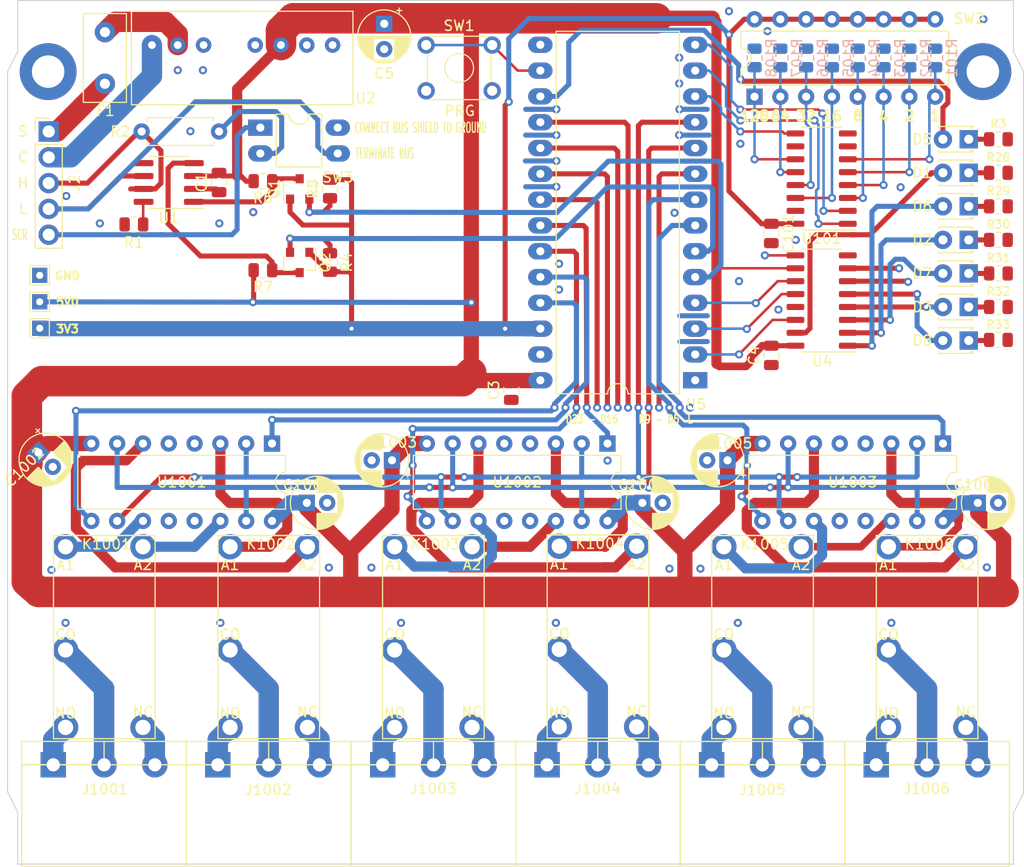
<source format=kicad_pcb>
(kicad_pcb (version 20171130) (host pcbnew "(5.1.9-0-10_14)")
  (title_block (title "ROM106 - NMEA 2000 Relay Output Module") (date 2022-10-30) (rev 1.0) (company "PDJR <preeve@pdjr.eu>"))
  (layers (0 F.Cu mixed) (31 B.Cu mixed) (34 B.Paste user) (35 F.Paste user) (36 B.SilkS user) (37 F.SilkS user) (38 B.Mask user) (39 F.Mask user) (44 Edge.Cuts user))
  (net 0 "")
  (net 1 GND)
  (net 2 "Net-(F1-Pad2)")
  (net 3 +5V)
  (net 4 /CAN_TX)
  (net 5 /CAN_RX)
  (net 6 "Net-(D1-Pad2)")
  (net 7 "Net-(D1-Pad1)")
  (net 8 "Net-(D2-Pad2)")
  (net 9 "Net-(D2-Pad1)")
  (net 10 "Net-(D3-Pad2)")
  (net 11 "Net-(D3-Pad1)")
  (net 12 "Net-(D4-Pad2)")
  (net 13 "Net-(D5-Pad1)")
  (net 14 "Net-(D6-Pad2)")
  (net 15 "Net-(D6-Pad1)")
  (net 16 "Net-(D7-Pad2)")
  (net 17 "Net-(D7-Pad1)")
  (net 18 "Net-(D8-Pad2)")
  (net 19 "Net-(D8-Pad1)")
  (net 20 "Net-(F1-Pad1)")
  (net 21 "Net-(R1-Pad2)")
  (net 22 /PRG)
  (net 23 "Net-(U1-Pad5)")
  (net 24 "Net-(U5-Pad15)")
  (net 25 "Net-(D9-Pad2)")
  (net 26 "Net-(U3-Pad9)")
  (net 27 "Net-(J2-Pad3)")
  (net 28 "Net-(J2-Pad2)")
  (net 29 +3V3)
  (net 30 /D23)
  (net 31 /D22)
  (net 32 /D21)
  (net 33 /D20)
  (net 34 /D19)
  (net 35 /D18)
  (net 36 /D17)
  (net 37 /D16)
  (net 38 /LED_LATCH)
  (net 39 /LED_CLOCK)
  (net 40 /LED_DATA)
  (net 41 /D8)
  (net 42 /D7)
  (net 43 /D6)
  (net 44 /D5)
  (net 45 /INSTANCE_Q7)
  (net 46 "Net-(U101-Pad7)")
  (net 47 /INSTANCE_CP)
  (net 48 /INSTANCE_PL)
  (net 49 "Net-(J2-Pad5)")
  (net 50 "Net-(J2-Pad4)")
  (net 51 "Net-(R2-Pad2)")
  (net 52 "Net-(D5-Pad2)")
  (net 53 /D9)
  (net 54 "Net-(Q1-Pad3)")
  (net 55 "Net-(Q2-Pad3)")
  (net 56 "Net-(R101-Pad1)")
  (net 57 "Net-(R102-Pad1)")
  (net 58 "Net-(R103-Pad1)")
  (net 59 "Net-(R104-Pad1)")
  (net 60 "Net-(R105-Pad1)")
  (net 61 "Net-(R106-Pad1)")
  (net 62 "Net-(R107-Pad1)")
  (net 63 "Net-(R108-Pad1)")
  (net 64 "Net-(U3-Pad14)")
  (net 65 "Net-(J1001-Pad3)")
  (net 66 "Net-(J1001-Pad2)")
  (net 67 "Net-(J1001-Pad1)")
  (net 68 "Net-(J1002-Pad3)")
  (net 69 "Net-(J1002-Pad2)")
  (net 70 "Net-(J1002-Pad1)")
  (net 71 "Net-(J1003-Pad3)")
  (net 72 "Net-(J1003-Pad2)")
  (net 73 "Net-(J1003-Pad1)")
  (net 74 "Net-(J1004-Pad3)")
  (net 75 "Net-(J1004-Pad2)")
  (net 76 "Net-(J1004-Pad1)")
  (net 77 "Net-(J1005-Pad3)")
  (net 78 "Net-(J1005-Pad2)")
  (net 79 "Net-(J1005-Pad1)")
  (net 80 "Net-(J1006-Pad3)")
  (net 81 "Net-(J1006-Pad2)")
  (net 82 "Net-(J1006-Pad1)")
  (net 83 "Net-(K1001-Pad6)")
  (net 84 "Net-(K1001-Pad2)")
  (net 85 "Net-(K1002-Pad6)")
  (net 86 "Net-(K1002-Pad2)")
  (net 87 "Net-(K1003-Pad6)")
  (net 88 "Net-(K1003-Pad2)")
  (net 89 "Net-(K1004-Pad6)")
  (net 90 "Net-(K1004-Pad2)")
  (net 91 "Net-(K1005-Pad6)")
  (net 92 "Net-(K1005-Pad2)")
  (net 93 "Net-(K1006-Pad2)")
  (net 94 "Net-(K1006-Pad6)")
  (module Resistor_SMD:R_0805_2012Metric (layer F.Cu) (at 164.7575 51.6255 180)
    (fp_text reference R7 (at 0 -1.65) (layer F.SilkS))
    (fp_text value "10K 0.125W")
    (pad 2 smd roundrect (at 0.9125 0 180) (size 1.025 1.4) (layers F.Cu F.Paste F.Mask) (roundrect_rratio 0.243902) (net 3 +5V))
    (pad 1 smd roundrect (at -0.9125 0 180) (size 1.025 1.4) (layers F.Cu F.Paste F.Mask) (roundrect_rratio 0.243902) (net 55 "Net-(Q2-Pad3)"))
  )
  (module Resistor_SMD:R_0805_2012Metric (layer F.Cu) (at 164.7575 42.8625 180)
    (fp_text reference R6 (at 0 -1.65) (layer F.SilkS))
    (fp_text value "10K 0.125W")
    (pad 2 smd roundrect (at 0.9125 0 180) (size 1.025 1.4) (layers F.Cu F.Paste F.Mask) (roundrect_rratio 0.243902) (net 3 +5V))
    (pad 1 smd roundrect (at -0.9125 0 180) (size 1.025 1.4) (layers F.Cu F.Paste F.Mask) (roundrect_rratio 0.243902) (net 54 "Net-(Q1-Pad3)"))
  )
  (module Resistor_SMD:R_0805_2012Metric (layer F.Cu) (at 171.3615 43.6245 90)
    (fp_text reference R5 (at 0 -1.65 90) (layer F.SilkS))
    (fp_text value "10K 0.125W")
    (pad 2 smd roundrect (at 0.9125 0 90) (size 1.025 1.4) (layers F.Cu F.Paste F.Mask) (roundrect_rratio 0.243902) (net 29 +3V3))
    (pad 1 smd roundrect (at -0.9125 0 90) (size 1.025 1.4) (layers F.Cu F.Paste F.Mask) (roundrect_rratio 0.243902) (net 4 /CAN_TX))
  )
  (module Resistor_SMD:R_0805_2012Metric (layer F.Cu) (at 171.3615 50.8635 270)
    (fp_text reference R4 (at 0 -1.65 90) (layer F.SilkS))
    (fp_text value "10K 0.125W")
    (pad 2 smd roundrect (at 0.9125 0 270) (size 1.025 1.4) (layers F.Cu F.Paste F.Mask) (roundrect_rratio 0.243902) (net 29 +3V3))
    (pad 1 smd roundrect (at -0.9125 0 270) (size 1.025 1.4) (layers F.Cu F.Paste F.Mask) (roundrect_rratio 0.243902) (net 5 /CAN_RX))
  )
  (module Package_TO_SOT_SMD:SOT-23 (layer F.Cu) (at 168.377 50.8635 270)
    (fp_text reference Q2 (at 0 -2.5 90) (layer F.SilkS))
    (fp_text value BSS138)
    (pad 3 smd rect (at 1 0 270) (size 0.9 0.8) (layers F.Cu F.Paste F.Mask) (net 55 "Net-(Q2-Pad3)"))
    (pad 2 smd rect (at -1 0.95 270) (size 0.9 0.8) (layers F.Cu F.Paste F.Mask) (net 5 /CAN_RX))
    (pad 1 smd rect (at -1 -0.95 270) (size 0.9 0.8) (layers F.Cu F.Paste F.Mask) (net 29 +3V3))
  )
  (module Package_TO_SOT_SMD:SOT-23 (layer F.Cu) (at 168.377 43.6245 90)
    (fp_text reference Q1 (at 0 -2.5 90) (layer F.SilkS))
    (fp_text value BSS138)
    (pad 3 smd rect (at 1 0 90) (size 0.9 0.8) (layers F.Cu F.Paste F.Mask) (net 54 "Net-(Q1-Pad3)"))
    (pad 2 smd rect (at -1 0.95 90) (size 0.9 0.8) (layers F.Cu F.Paste F.Mask) (net 4 /CAN_TX))
    (pad 1 smd rect (at -1 -0.95 90) (size 0.9 0.8) (layers F.Cu F.Paste F.Mask) (net 29 +3V3))
  )
  (module Package_DIP:DIP-16_W7.62mm (layer F.Cu) (at 213.1445 34.544 90)
    (fp_text reference SW2 (at 7.6835 21.1455 180) (layer F.SilkS))
    (fp_text value INSTANCE hide)
    (pad 16 thru_hole oval (at 7.62 0 90) (size 1.6 1.6) (drill 0.8) (layers *.Cu *.Mask) (net 29 +3V3))
    (pad 8 thru_hole oval (at 0 17.78 90) (size 1.6 1.6) (drill 0.8) (layers *.Cu *.Mask) (net 56 "Net-(R101-Pad1)"))
    (pad 15 thru_hole oval (at 7.62 2.54 90) (size 1.6 1.6) (drill 0.8) (layers *.Cu *.Mask) (net 29 +3V3))
    (pad 7 thru_hole oval (at 0 15.24 90) (size 1.6 1.6) (drill 0.8) (layers *.Cu *.Mask) (net 57 "Net-(R102-Pad1)"))
    (pad 14 thru_hole oval (at 7.62 5.08 90) (size 1.6 1.6) (drill 0.8) (layers *.Cu *.Mask) (net 29 +3V3))
    (pad 6 thru_hole oval (at 0 12.7 90) (size 1.6 1.6) (drill 0.8) (layers *.Cu *.Mask) (net 58 "Net-(R103-Pad1)"))
    (pad 13 thru_hole oval (at 7.62 7.62 90) (size 1.6 1.6) (drill 0.8) (layers *.Cu *.Mask) (net 29 +3V3))
    (pad 5 thru_hole oval (at 0 10.16 90) (size 1.6 1.6) (drill 0.8) (layers *.Cu *.Mask) (net 59 "Net-(R104-Pad1)"))
    (pad 12 thru_hole oval (at 7.62 10.16 90) (size 1.6 1.6) (drill 0.8) (layers *.Cu *.Mask) (net 29 +3V3))
    (pad 4 thru_hole oval (at 0 7.62 90) (size 1.6 1.6) (drill 0.8) (layers *.Cu *.Mask) (net 60 "Net-(R105-Pad1)"))
    (pad 11 thru_hole oval (at 7.62 12.7 90) (size 1.6 1.6) (drill 0.8) (layers *.Cu *.Mask) (net 29 +3V3))
    (pad 3 thru_hole oval (at 0 5.08 90) (size 1.6 1.6) (drill 0.8) (layers *.Cu *.Mask) (net 61 "Net-(R106-Pad1)"))
    (pad 10 thru_hole oval (at 7.62 15.24 90) (size 1.6 1.6) (drill 0.8) (layers *.Cu *.Mask) (net 29 +3V3))
    (pad 2 thru_hole oval (at 0 2.54 90) (size 1.6 1.6) (drill 0.8) (layers *.Cu *.Mask) (net 62 "Net-(R107-Pad1)"))
    (pad 9 thru_hole oval (at 7.62 17.78 90) (size 1.6 1.6) (drill 0.8) (layers *.Cu *.Mask) (net 29 +3V3))
    (pad 1 thru_hole rect (at 0 0 90) (size 1.6 1.6) (drill 0.8) (layers *.Cu *.Mask) (net 63 "Net-(R108-Pad1)"))
  )
  (module Capacitor_SMD:C_0805_2012Metric (layer F.Cu) (at 214.7955 60.0075 270)
    (fp_text reference C4 (at 0.0025 1.7145 270) (layer F.SilkS))
    (fp_text value 100nF)
    (pad 2 smd roundrect (at 0.95 0 270) (size 1 1.45) (layers F.Cu F.Paste F.Mask) (net 1 GND))
    (pad 1 smd roundrect (at -0.95 0 270) (size 1 1.45) (layers F.Cu F.Paste F.Mask) (net 3 +5V))
  )
  (module Package_SO:SO-16_3.9x9.9mm_P1.27mm (layer F.Cu) (at 219.7485 54.61 180)
    (fp_text reference U4 (at -0.0635 -5.969 180) (layer F.SilkS))
    (fp_text value 74HCT595)
    (pad 16 smd roundrect (at 2.575 -4.445 180) (size 1.75 0.6) (layers F.Cu F.Paste F.Mask) (net 3 +5V))
    (pad 15 smd roundrect (at 2.575 -3.175 180) (size 1.75 0.6) (layers F.Cu F.Paste F.Mask) (net 6 "Net-(D1-Pad2)"))
    (pad 14 smd roundrect (at 2.575 -1.905 180) (size 1.75 0.6) (layers F.Cu F.Paste F.Mask) (net 40 /LED_DATA))
    (pad 13 smd roundrect (at 2.575 -0.635 180) (size 1.75 0.6) (layers F.Cu F.Paste F.Mask) (net 1 GND))
    (pad 12 smd roundrect (at 2.575 0.635 180) (size 1.75 0.6) (layers F.Cu F.Paste F.Mask) (net 38 /LED_LATCH))
    (pad 11 smd roundrect (at 2.575 1.905 180) (size 1.75 0.6) (layers F.Cu F.Paste F.Mask) (net 39 /LED_CLOCK))
    (pad 10 smd roundrect (at 2.575 3.175 180) (size 1.75 0.6) (layers F.Cu F.Paste F.Mask) (net 3 +5V))
    (pad 9 smd roundrect (at 2.575 4.445 180) (size 1.75 0.6) (layers F.Cu F.Paste F.Mask) (net 64 "Net-(U3-Pad14)"))
    (pad 8 smd roundrect (at -2.575 4.445 180) (size 1.75 0.6) (layers F.Cu F.Paste F.Mask) (net 1 GND))
    (pad 7 smd roundrect (at -2.575 3.175 180) (size 1.75 0.6) (layers F.Cu F.Paste F.Mask) (net 25 "Net-(D9-Pad2)"))
    (pad 6 smd roundrect (at -2.575 1.905 180) (size 1.75 0.6) (layers F.Cu F.Paste F.Mask) (net 12 "Net-(D4-Pad2)"))
    (pad 5 smd roundrect (at -2.575 0.635 180) (size 1.75 0.6) (layers F.Cu F.Paste F.Mask) (net 18 "Net-(D8-Pad2)"))
    (pad 4 smd roundrect (at -2.575 -0.635 180) (size 1.75 0.6) (layers F.Cu F.Paste F.Mask) (net 10 "Net-(D3-Pad2)"))
    (pad 3 smd roundrect (at -2.575 -1.905 180) (size 1.75 0.6) (layers F.Cu F.Paste F.Mask) (net 16 "Net-(D7-Pad2)"))
    (pad 2 smd roundrect (at -2.575 -3.175 180) (size 1.75 0.6) (layers F.Cu F.Paste F.Mask) (net 8 "Net-(D2-Pad2)"))
    (pad 1 smd roundrect (at -2.575 -4.445 180) (size 1.75 0.6) (layers F.Cu F.Paste F.Mask) (net 14 "Net-(D6-Pad2)"))
  )
  (module Package_SO:SO-16_3.9x9.9mm_P1.27mm (layer F.Cu) (at 219.7485 42.6085 180)
    (fp_text reference U101 (at 0 -5.9) (layer F.SilkS))
    (fp_text value 74HC165)
    (pad 16 smd roundrect (at 2.575 -4.445 180) (size 1.75 0.6) (layers F.Cu F.Paste F.Mask) (net 29 +3V3))
    (pad 15 smd roundrect (at 2.575 -3.175 180) (size 1.75 0.6) (layers F.Cu F.Paste F.Mask) (net 1 GND))
    (pad 14 smd roundrect (at 2.575 -1.905 180) (size 1.75 0.6) (layers F.Cu F.Paste F.Mask) (net 60 "Net-(R105-Pad1)"))
    (pad 13 smd roundrect (at 2.575 -0.635 180) (size 1.75 0.6) (layers F.Cu F.Paste F.Mask) (net 61 "Net-(R106-Pad1)"))
    (pad 12 smd roundrect (at 2.575 0.635 180) (size 1.75 0.6) (layers F.Cu F.Paste F.Mask) (net 62 "Net-(R107-Pad1)"))
    (pad 11 smd roundrect (at 2.575 1.905 180) (size 1.75 0.6) (layers F.Cu F.Paste F.Mask) (net 63 "Net-(R108-Pad1)"))
    (pad 10 smd roundrect (at 2.575 3.175 180) (size 1.75 0.6) (layers F.Cu F.Paste F.Mask) (net 1 GND))
    (pad 9 smd roundrect (at 2.575 4.445 180) (size 1.75 0.6) (layers F.Cu F.Paste F.Mask) (net 45 /INSTANCE_Q7))
    (pad 8 smd roundrect (at -2.575 4.445 180) (size 1.75 0.6) (layers F.Cu F.Paste F.Mask) (net 1 GND))
    (pad 7 smd roundrect (at -2.575 3.175 180) (size 1.75 0.6) (layers F.Cu F.Paste F.Mask) (net 46 "Net-(U101-Pad7)"))
    (pad 6 smd roundrect (at -2.575 1.905 180) (size 1.75 0.6) (layers F.Cu F.Paste F.Mask) (net 56 "Net-(R101-Pad1)"))
    (pad 5 smd roundrect (at -2.575 0.635 180) (size 1.75 0.6) (layers F.Cu F.Paste F.Mask) (net 57 "Net-(R102-Pad1)"))
    (pad 4 smd roundrect (at -2.575 -0.635 180) (size 1.75 0.6) (layers F.Cu F.Paste F.Mask) (net 58 "Net-(R103-Pad1)"))
    (pad 3 smd roundrect (at -2.575 -1.905 180) (size 1.75 0.6) (layers F.Cu F.Paste F.Mask) (net 59 "Net-(R104-Pad1)"))
    (pad 2 smd roundrect (at -2.575 -3.175 180) (size 1.75 0.6) (layers F.Cu F.Paste F.Mask) (net 47 /INSTANCE_CP))
    (pad 1 smd roundrect (at -2.575 -4.445 180) (size 1.75 0.6) (layers F.Cu F.Paste F.Mask) (net 48 /INSTANCE_PL))
  )
  (module Resistor_SMD:R_0805_2012Metric (layer B.Cu) (at 213.1445 30.734 90)
    (fp_text reference R108 (at 0 1.65 270) (layer B.SilkS) (effects (justify mirror)))
    (fp_text value "4K7 0.125W")
    (pad 2 smd roundrect (at 0.9125 0 90) (size 1.025 1.4) (layers B.Cu B.Paste B.Mask) (roundrect_rratio 0.243902) (net 1 GND))
    (pad 1 smd roundrect (at -0.9125 0 90) (size 1.025 1.4) (layers B.Cu B.Paste B.Mask) (roundrect_rratio 0.243902) (net 63 "Net-(R108-Pad1)"))
  )
  (module Resistor_SMD:R_0805_2012Metric (layer B.Cu) (at 215.6845 30.734 90)
    (fp_text reference R107 (at 0 1.65 270) (layer B.SilkS) (effects (justify mirror)))
    (fp_text value "4K7 0.125W")
    (pad 2 smd roundrect (at 0.9125 0 90) (size 1.025 1.4) (layers B.Cu B.Paste B.Mask) (roundrect_rratio 0.243902) (net 1 GND))
    (pad 1 smd roundrect (at -0.9125 0 90) (size 1.025 1.4) (layers B.Cu B.Paste B.Mask) (roundrect_rratio 0.243902) (net 62 "Net-(R107-Pad1)"))
  )
  (module Resistor_SMD:R_0805_2012Metric (layer B.Cu) (at 218.2245 30.734 90)
    (fp_text reference R106 (at 0 1.65 270) (layer B.SilkS) (effects (justify mirror)))
    (fp_text value "4K7 0.125W")
    (pad 2 smd roundrect (at 0.9125 0 90) (size 1.025 1.4) (layers B.Cu B.Paste B.Mask) (roundrect_rratio 0.243902) (net 1 GND))
    (pad 1 smd roundrect (at -0.9125 0 90) (size 1.025 1.4) (layers B.Cu B.Paste B.Mask) (roundrect_rratio 0.243902) (net 61 "Net-(R106-Pad1)"))
  )
  (module Resistor_SMD:R_0805_2012Metric (layer B.Cu) (at 220.7645 30.734 90)
    (fp_text reference R105 (at 0 1.65 270) (layer B.SilkS) (effects (justify mirror)))
    (fp_text value "4K7 0.125W")
    (pad 2 smd roundrect (at 0.9125 0 90) (size 1.025 1.4) (layers B.Cu B.Paste B.Mask) (roundrect_rratio 0.243902) (net 1 GND))
    (pad 1 smd roundrect (at -0.9125 0 90) (size 1.025 1.4) (layers B.Cu B.Paste B.Mask) (roundrect_rratio 0.243902) (net 60 "Net-(R105-Pad1)"))
  )
  (module Resistor_SMD:R_0805_2012Metric (layer B.Cu) (at 223.3045 30.734 90)
    (fp_text reference R104 (at 0 1.65 270) (layer B.SilkS) (effects (justify mirror)))
    (fp_text value "4K7 0.125W")
    (pad 2 smd roundrect (at 0.9125 0 90) (size 1.025 1.4) (layers B.Cu B.Paste B.Mask) (roundrect_rratio 0.243902) (net 1 GND))
    (pad 1 smd roundrect (at -0.9125 0 90) (size 1.025 1.4) (layers B.Cu B.Paste B.Mask) (roundrect_rratio 0.243902) (net 59 "Net-(R104-Pad1)"))
  )
  (module Resistor_SMD:R_0805_2012Metric (layer B.Cu) (at 225.8445 30.734 90)
    (fp_text reference R103 (at 0 1.65 270) (layer B.SilkS) (effects (justify mirror)))
    (fp_text value "4K7 0.125W")
    (pad 2 smd roundrect (at 0.9125 0 90) (size 1.025 1.4) (layers B.Cu B.Paste B.Mask) (roundrect_rratio 0.243902) (net 1 GND))
    (pad 1 smd roundrect (at -0.9125 0 90) (size 1.025 1.4) (layers B.Cu B.Paste B.Mask) (roundrect_rratio 0.243902) (net 58 "Net-(R103-Pad1)"))
  )
  (module Resistor_SMD:R_0805_2012Metric (layer B.Cu) (at 228.3845 30.734 90)
    (fp_text reference R102 (at 0 1.65 270) (layer B.SilkS) (effects (justify mirror)))
    (fp_text value "4K7 0.125W")
    (pad 2 smd roundrect (at 0.9125 0 90) (size 1.025 1.4) (layers B.Cu B.Paste B.Mask) (roundrect_rratio 0.243902) (net 1 GND))
    (pad 1 smd roundrect (at -0.9125 0 90) (size 1.025 1.4) (layers B.Cu B.Paste B.Mask) (roundrect_rratio 0.243902) (net 57 "Net-(R102-Pad1)"))
  )
  (module Resistor_SMD:R_0805_2012Metric (layer B.Cu) (at 230.9245 30.734 90)
    (fp_text reference R101 (at 0 1.65 270) (layer B.SilkS) (effects (justify mirror)))
    (fp_text value "4K7 0.125W")
    (pad 2 smd roundrect (at 0.9125 0 90) (size 1.025 1.4) (layers B.Cu B.Paste B.Mask) (roundrect_rratio 0.243902) (net 1 GND))
    (pad 1 smd roundrect (at -0.9125 0 90) (size 1.025 1.4) (layers B.Cu B.Paste B.Mask) (roundrect_rratio 0.243902) (net 56 "Net-(R101-Pad1)"))
  )
  (module Capacitor_SMD:C_0805_2012Metric (layer F.Cu) (at 214.7955 48.006 270)
    (fp_text reference C101 (at 0 -1.68 90) (layer F.SilkS))
    (fp_text value 100nF)
    (pad 2 smd roundrect (at 0.95 0 270) (size 1 1.45) (layers F.Cu F.Paste F.Mask) (net 1 GND))
    (pad 1 smd roundrect (at -0.95 0 270) (size 1 1.45) (layers F.Cu F.Paste F.Mask) (net 29 +3V3))
  )
  (module TestPoint:TestPoint_THTPad_1.5x1.5mm_Drill0.7mm (layer F.Cu) (at 142.7865 57.3405)
    (fp_text reference "TEST 5V0" hide)
    (fp_text value TestPoint_THTPad_1.5x1.5mm_Drill0.7mm)
    (pad 1 thru_hole rect (at 0 0) (size 1.5 1.5) (drill 0.7) (layers *.Cu *.Mask) (net 29 +3V3))
  )
  (module PDJR_DC-DC_Converters:TMR_2411 (layer F.Cu) (at 153.8355 29.464)
    (fp_text reference U2 (at 21.0185 5.207) (layer F.SilkS))
    (fp_text value TMR-2-2411)
    (pad 1 thru_hole roundrect (at 0 0) (size 1.524 1.524) (drill 0.762) (layers *.Cu *.Mask) (net 28 "Net-(J2-Pad2)"))
    (pad 2 thru_hole circle (at 2.54 0) (size 1.524 1.524) (drill 0.762) (layers *.Cu *.Mask) (net 2 "Net-(F1-Pad2)"))
    (pad 3 thru_hole circle (at 5.08 0) (size 1.524 1.524) (drill 0.762) (layers *.Cu *.Mask))
    (pad 5 thru_hole circle (at 10.16 0) (size 1.524 1.524) (drill 0.762) (layers *.Cu *.Mask))
    (pad 6 thru_hole circle (at 12.7 0) (size 1.524 1.524) (drill 0.762) (layers *.Cu *.Mask) (net 3 +5V))
    (pad 7 thru_hole circle (at 15.24 0) (size 1.524 1.524) (drill 0.762) (layers *.Cu *.Mask) (net 1 GND))
    (pad 8 thru_hole circle (at 17.78 0) (size 1.524 1.524) (drill 0.762) (layers *.Cu *.Mask))
  )
  (module TestPoint:TestPoint_THTPad_1.5x1.5mm_Drill0.7mm (layer F.Cu) (at 142.7865 52.1335)
    (fp_text reference REF** hide)
    (fp_text value TestPoint_THTPad_1.5x1.5mm_Drill0.7mm)
    (pad 1 thru_hole rect (at 0 0) (size 1.5 1.5) (drill 0.7) (layers *.Cu *.Mask) (net 1 GND))
  )
  (module TestPoint:TestPoint_THTPad_1.5x1.5mm_Drill0.7mm (layer F.Cu) (at 142.7865 54.737)
    (fp_text reference "TEST 5V0" hide)
    (fp_text value TestPoint_THTPad_1.5x1.5mm_Drill0.7mm)
    (pad 1 thru_hole rect (at 0 0) (size 1.5 1.5) (drill 0.7) (layers *.Cu *.Mask) (net 3 +5V))
  )
  (module Capacitor_THT:CP_Radial_D5.0mm_P2.50mm (layer F.Cu) (at 176.6955 27.3685 270)
    (fp_text reference C5 (at 4.8895 0 180) (layer F.SilkS))
    (fp_text value 100nF)
    (pad 2 thru_hole circle (at 2.5 0 270) (size 1.6 1.6) (drill 0.8) (layers *.Cu *.Mask) (net 1 GND))
    (pad 1 thru_hole rect (at 0 0 270) (size 1.6 1.6) (drill 0.8) (layers *.Cu *.Mask) (net 3 +5V))
  )
  (module Capacitor_SMD:C_0805_2012Metric (layer F.Cu) (at 189.205 63.4365 270)
    (fp_text reference C3 (at 0 1.7145 270) (layer F.SilkS))
    (fp_text value 100nF)
    (pad 2 smd roundrect (at 0.95 0 270) (size 1 1.45) (layers F.Cu F.Paste F.Mask) (net 1 GND))
    (pad 1 smd roundrect (at -0.95 0 270) (size 1 1.45) (layers F.Cu F.Paste F.Mask) (net 3 +5V))
  )
  (module Capacitor_SMD:C_0805_2012Metric (layer F.Cu) (at 160.4395 42.9895 270)
    (fp_text reference C1 (at 0 1.7145 90) (layer F.SilkS))
    (fp_text value 100nF)
    (pad 2 smd roundrect (at 0.95 0 270) (size 1 1.45) (layers F.Cu F.Paste F.Mask) (net 1 GND))
    (pad 1 smd roundrect (at -0.95 0 270) (size 1 1.45) (layers F.Cu F.Paste F.Mask) (net 3 +5V))
  )
  (module Resistor_SMD:R_0805_2012Metric (layer F.Cu) (at 152.0575 47.117)
    (fp_text reference R1 (at 0 1.778) (layer F.SilkS))
    (fp_text value "4K7 0.125W")
    (pad 2 smd roundrect (at 0.9125 0) (size 1.025 1.4) (layers F.Cu F.Paste F.Mask) (roundrect_rratio 0.243902) (net 21 "Net-(R1-Pad2)"))
    (pad 1 smd roundrect (at -0.9125 0) (size 1.025 1.4) (layers F.Cu F.Paste F.Mask) (roundrect_rratio 0.243902) (net 1 GND))
  )
  (module Package_SO:SOIC-8_3.9x4.9mm_P1.27mm (layer F.Cu) (at 155.4865 42.9895 180)
    (fp_text reference U1 (at 0 -3.4925) (layer F.SilkS))
    (fp_text value MCP2551-I-P)
    (pad 8 smd roundrect (at 2.475 -1.905 180) (size 1.95 0.6) (layers F.Cu F.Paste F.Mask) (net 21 "Net-(R1-Pad2)"))
    (pad 7 smd roundrect (at 2.475 -0.635 180) (size 1.95 0.6) (layers F.Cu F.Paste F.Mask) (net 27 "Net-(J2-Pad3)"))
    (pad 6 smd roundrect (at 2.475 0.635 180) (size 1.95 0.6) (layers F.Cu F.Paste F.Mask) (net 50 "Net-(J2-Pad4)"))
    (pad 5 smd roundrect (at 2.475 1.905 180) (size 1.95 0.6) (layers F.Cu F.Paste F.Mask) (net 23 "Net-(U1-Pad5)"))
    (pad 4 smd roundrect (at -2.475 1.905 180) (size 1.95 0.6) (layers F.Cu F.Paste F.Mask) (net 55 "Net-(Q2-Pad3)"))
    (pad 3 smd roundrect (at -2.475 0.635 180) (size 1.95 0.6) (layers F.Cu F.Paste F.Mask) (net 3 +5V))
    (pad 2 smd roundrect (at -2.475 -0.635 180) (size 1.95 0.6) (layers F.Cu F.Paste F.Mask) (net 1 GND))
    (pad 1 smd roundrect (at -2.475 -1.905 180) (size 1.95 0.6) (layers F.Cu F.Paste F.Mask) (net 54 "Net-(Q1-Pad3)"))
  )
  (module Resistor_SMD:R_0805_2012Metric (layer F.Cu) (at 237.1475 58.4835)
    (fp_text reference R33 (at 0 -1.524) (layer F.SilkS) (effects (font (size 0.8 0.8))))
    (fp_text value 560R)
    (pad 2 smd roundrect (at 0.9125 0) (size 1.025 1.4) (layers F.Cu F.Paste F.Mask) (roundrect_rratio 0.243902) (net 1 GND))
    (pad 1 smd roundrect (at -0.9125 0) (size 1.025 1.4) (layers F.Cu F.Paste F.Mask) (roundrect_rratio 0.243902) (net 19 "Net-(D8-Pad1)"))
  )
  (module Resistor_SMD:R_0805_2012Metric (layer F.Cu) (at 237.1475 55.245)
    (fp_text reference R32 (at 0 -1.524) (layer F.SilkS) (effects (font (size 0.8 0.8))))
    (fp_text value 560R)
    (pad 2 smd roundrect (at 0.9125 0) (size 1.025 1.4) (layers F.Cu F.Paste F.Mask) (roundrect_rratio 0.243902) (net 1 GND))
    (pad 1 smd roundrect (at -0.9125 0) (size 1.025 1.4) (layers F.Cu F.Paste F.Mask) (roundrect_rratio 0.243902) (net 11 "Net-(D3-Pad1)"))
  )
  (module Resistor_SMD:R_0805_2012Metric (layer F.Cu) (at 237.1475 51.943)
    (fp_text reference R31 (at 0 -1.524) (layer F.SilkS) (effects (font (size 0.8 0.8))))
    (fp_text value 560R)
    (pad 2 smd roundrect (at 0.9125 0) (size 1.025 1.4) (layers F.Cu F.Paste F.Mask) (roundrect_rratio 0.243902) (net 1 GND))
    (pad 1 smd roundrect (at -0.9125 0) (size 1.025 1.4) (layers F.Cu F.Paste F.Mask) (roundrect_rratio 0.243902) (net 17 "Net-(D7-Pad1)"))
  )
  (module Resistor_SMD:R_0805_2012Metric (layer F.Cu) (at 237.1475 48.641)
    (fp_text reference R30 (at 0 -1.524) (layer F.SilkS) (effects (font (size 0.8 0.8))))
    (fp_text value 560R)
    (pad 2 smd roundrect (at 0.9125 0) (size 1.025 1.4) (layers F.Cu F.Paste F.Mask) (roundrect_rratio 0.243902) (net 1 GND))
    (pad 1 smd roundrect (at -0.9125 0) (size 1.025 1.4) (layers F.Cu F.Paste F.Mask) (roundrect_rratio 0.243902) (net 9 "Net-(D2-Pad1)"))
  )
  (module Resistor_SMD:R_0805_2012Metric (layer F.Cu) (at 237.1475 45.339)
    (fp_text reference R29 (at 0 -1.524) (layer F.SilkS) (effects (font (size 0.8 0.8))))
    (fp_text value 560R)
    (pad 2 smd roundrect (at 0.9125 0) (size 1.025 1.4) (layers F.Cu F.Paste F.Mask) (roundrect_rratio 0.243902) (net 1 GND))
    (pad 1 smd roundrect (at -0.9125 0) (size 1.025 1.4) (layers F.Cu F.Paste F.Mask) (roundrect_rratio 0.243902) (net 15 "Net-(D6-Pad1)"))
  )
  (module Resistor_SMD:R_0805_2012Metric (layer F.Cu) (at 237.1475 42.037)
    (fp_text reference R28 (at 0 -1.524) (layer F.SilkS) (effects (font (size 0.8 0.8))))
    (fp_text value 560R)
    (pad 2 smd roundrect (at 0.9125 0) (size 1.025 1.4) (layers F.Cu F.Paste F.Mask) (roundrect_rratio 0.243902) (net 1 GND))
    (pad 1 smd roundrect (at -0.9125 0) (size 1.025 1.4) (layers F.Cu F.Paste F.Mask) (roundrect_rratio 0.243902) (net 7 "Net-(D1-Pad1)"))
  )
  (module Resistor_SMD:R_0805_2012Metric (layer F.Cu) (at 237.1475 38.735)
    (fp_text reference R3 (at 0 -1.524) (layer F.SilkS) (effects (font (size 0.8 0.8))))
    (fp_text value 560R)
    (pad 2 smd roundrect (at 0.9125 0) (size 1.025 1.4) (layers F.Cu F.Paste F.Mask) (roundrect_rratio 0.243902) (net 1 GND))
    (pad 1 smd roundrect (at -0.9125 0) (size 1.025 1.4) (layers F.Cu F.Paste F.Mask) (roundrect_rratio 0.243902) (net 13 "Net-(D5-Pad1)"))
  )
  (module Button_Switch_THT:SW_TH_Tactile_Omron_B3F-10xx (layer F.Cu) (at 180.823 29.464)
    (fp_text reference SW1 (at 3.2385 -1.905) (layer F.SilkS))
    (fp_text value PRG (at 3.302 6.477) (layer F.SilkS))
    (pad 1 thru_hole circle (at 0 0) (size 1.7 1.7) (drill 1) (layers *.Cu *.Mask) (net 22 /PRG))
    (pad 2 thru_hole circle (at 6.5 0) (size 1.7 1.7) (drill 1) (layers *.Cu *.Mask) (net 22 /PRG))
    (pad 3 thru_hole circle (at 0 4.5) (size 1.7 1.7) (drill 1) (layers *.Cu *.Mask) (net 1 GND))
    (pad 4 thru_hole circle (at 6.5 4.5) (size 1.7 1.7) (drill 1) (layers *.Cu *.Mask) (net 1 GND))
  )
  (module LED_THT:LED_D1.8mm_W3.3mm_H2.4mm (layer F.Cu) (at 234.2265 38.735 180)
    (fp_text reference D5 (at 4.572 0) (layer F.SilkS))
    (fp_text value LED hide)
    (pad 2 thru_hole circle (at 2.54 0 180) (size 1.8 1.8) (drill 0.9) (layers *.Cu *.Mask) (net 52 "Net-(D5-Pad2)"))
    (pad 1 thru_hole rect (at 0 0 180) (size 1.8 1.8) (drill 0.9) (layers *.Cu *.Mask) (net 13 "Net-(D5-Pad1)"))
  )
  (module Resistor_THT:R_Axial_DIN0207_L6.3mm_D2.5mm_P7.62mm_Horizontal (layer F.Cu) (at 152.8195 37.973)
    (fp_text reference R2 (at -2.0955 0) (layer F.SilkS))
    (fp_text value "120R 0.5W" hide)
    (pad 2 thru_hole oval (at 7.62 0) (size 1.6 1.6) (drill 0.8) (layers *.Cu *.Mask) (net 51 "Net-(R2-Pad2)"))
    (pad 1 thru_hole circle (at 0 0) (size 1.6 1.6) (drill 0.8) (layers *.Cu *.Mask) (net 27 "Net-(J2-Pad3)"))
  )
  (module Connector_PinHeader_2.54mm:PinHeader_1x05_P2.54mm_Vertical (layer F.Cu) (at 143.6755 37.973)
    (fp_text reference J2 (at 2.54 5.08 90) (layer F.SilkS))
    (fp_text value CAN hide)
    (pad 5 thru_hole oval (at 0 10.16) (size 2 2) (drill 1.2) (layers *.Cu *.Mask) (net 49 "Net-(J2-Pad5)"))
    (pad 4 thru_hole oval (at 0 7.62) (size 2 2) (drill 1.2) (layers *.Cu *.Mask) (net 50 "Net-(J2-Pad4)"))
    (pad 3 thru_hole oval (at 0 5.08) (size 2 2) (drill 1.2) (layers *.Cu *.Mask) (net 27 "Net-(J2-Pad3)"))
    (pad 2 thru_hole oval (at 0 2.54) (size 2 2) (drill 1.2) (layers *.Cu *.Mask) (net 28 "Net-(J2-Pad2)"))
    (pad 1 thru_hole rect (at 0 0) (size 2 2) (drill 1.2) (layers *.Cu *.Mask) (net 20 "Net-(F1-Pad1)"))
  )
  (module Package_DIP:DIP-28_W15.24mm_LongPads (layer F.Cu) (at 207.3025 62.459 180)
    (fp_text reference U5 (at -0.0635 -2.3745) (layer F.SilkS))
    (fp_text value Teensy_4.0 hide)
    (pad 28 thru_hole oval (at 15.24 0 180) (size 2.4 1.6) (drill 0.8) (layers *.Cu *.Mask) (net 3 +5V))
    (pad 14 thru_hole oval (at 0 33.02 180) (size 2.4 1.6) (drill 0.8) (layers *.Cu *.Mask) (net 47 /INSTANCE_CP))
    (pad 27 thru_hole oval (at 15.24 2.54 180) (size 2.4 1.6) (drill 0.8) (layers *.Cu *.Mask) (net 1 GND))
    (pad 13 thru_hole oval (at 0 30.48 180) (size 2.4 1.6) (drill 0.8) (layers *.Cu *.Mask) (net 48 /INSTANCE_PL))
    (pad 26 thru_hole oval (at 15.24 5.08 180) (size 2.4 1.6) (drill 0.8) (layers *.Cu *.Mask) (net 29 +3V3))
    (pad 12 thru_hole oval (at 0 27.94 180) (size 2.4 1.6) (drill 0.8) (layers *.Cu *.Mask) (net 45 /INSTANCE_Q7))
    (pad 25 thru_hole oval (at 15.24 7.62 180) (size 2.4 1.6) (drill 0.8) (layers *.Cu *.Mask) (net 30 /D23))
    (pad 11 thru_hole oval (at 0 25.4 180) (size 2.4 1.6) (drill 0.8) (layers *.Cu *.Mask) (net 53 /D9))
    (pad 24 thru_hole oval (at 15.24 10.16 180) (size 2.4 1.6) (drill 0.8) (layers *.Cu *.Mask) (net 31 /D22))
    (pad 10 thru_hole oval (at 0 22.86 180) (size 2.4 1.6) (drill 0.8) (layers *.Cu *.Mask) (net 41 /D8))
    (pad 23 thru_hole oval (at 15.24 12.7 180) (size 2.4 1.6) (drill 0.8) (layers *.Cu *.Mask) (net 32 /D21))
    (pad 9 thru_hole oval (at 0 20.32 180) (size 2.4 1.6) (drill 0.8) (layers *.Cu *.Mask) (net 42 /D7))
    (pad 22 thru_hole oval (at 15.24 15.24 180) (size 2.4 1.6) (drill 0.8) (layers *.Cu *.Mask) (net 33 /D20))
    (pad 8 thru_hole oval (at 0 17.78 180) (size 2.4 1.6) (drill 0.8) (layers *.Cu *.Mask) (net 43 /D6))
    (pad 21 thru_hole oval (at 15.24 17.78 180) (size 2.4 1.6) (drill 0.8) (layers *.Cu *.Mask) (net 34 /D19))
    (pad 7 thru_hole oval (at 0 15.24 180) (size 2.4 1.6) (drill 0.8) (layers *.Cu *.Mask) (net 44 /D5))
    (pad 20 thru_hole oval (at 15.24 20.32 180) (size 2.4 1.6) (drill 0.8) (layers *.Cu *.Mask) (net 35 /D18))
    (pad 6 thru_hole oval (at 0 12.7 180) (size 2.4 1.6) (drill 0.8) (layers *.Cu *.Mask) (net 5 /CAN_RX))
    (pad 19 thru_hole oval (at 15.24 22.86 180) (size 2.4 1.6) (drill 0.8) (layers *.Cu *.Mask) (net 36 /D17))
    (pad 5 thru_hole oval (at 0 10.16 180) (size 2.4 1.6) (drill 0.8) (layers *.Cu *.Mask) (net 4 /CAN_TX))
    (pad 18 thru_hole oval (at 15.24 25.4 180) (size 2.4 1.6) (drill 0.8) (layers *.Cu *.Mask) (net 37 /D16))
    (pad 4 thru_hole oval (at 0 7.62 180) (size 2.4 1.6) (drill 0.8) (layers *.Cu *.Mask) (net 39 /LED_CLOCK))
    (pad 17 thru_hole oval (at 15.24 27.94 180) (size 2.4 1.6) (drill 0.8) (layers *.Cu *.Mask) (net 52 "Net-(D5-Pad2)"))
    (pad 3 thru_hole oval (at 0 5.08 180) (size 2.4 1.6) (drill 0.8) (layers *.Cu *.Mask) (net 38 /LED_LATCH))
    (pad 16 thru_hole oval (at 15.24 30.48 180) (size 2.4 1.6) (drill 0.8) (layers *.Cu *.Mask) (net 22 /PRG))
    (pad 2 thru_hole oval (at 0 2.54 180) (size 2.4 1.6) (drill 0.8) (layers *.Cu *.Mask) (net 40 /LED_DATA))
    (pad 15 thru_hole oval (at 15.24 33.02 180) (size 2.4 1.6) (drill 0.8) (layers *.Cu *.Mask) (net 24 "Net-(U5-Pad15)"))
    (pad 1 thru_hole rect (at 0 0 180) (size 2.4 1.6) (drill 0.8) (layers *.Cu *.Mask) (net 1 GND))
  )
  (module LED_THT:LED_D1.8mm_W3.3mm_H2.4mm (layer F.Cu) (at 234.2265 58.547 180)
    (fp_text reference D8 (at 4.572 0) (layer F.SilkS))
    (fp_text value LED hide)
    (pad 2 thru_hole circle (at 2.54 0 180) (size 1.8 1.8) (drill 0.9) (layers *.Cu *.Mask) (net 18 "Net-(D8-Pad2)"))
    (pad 1 thru_hole rect (at 0 0 180) (size 1.8 1.8) (drill 0.9) (layers *.Cu *.Mask) (net 19 "Net-(D8-Pad1)"))
  )
  (module LED_THT:LED_D1.8mm_W3.3mm_H2.4mm (layer F.Cu) (at 234.2265 55.245 180)
    (fp_text reference D3 (at 4.572 0) (layer F.SilkS))
    (fp_text value LED hide)
    (pad 2 thru_hole circle (at 2.54 0 180) (size 1.8 1.8) (drill 0.9) (layers *.Cu *.Mask) (net 10 "Net-(D3-Pad2)"))
    (pad 1 thru_hole rect (at 0 0 180) (size 1.8 1.8) (drill 0.9) (layers *.Cu *.Mask) (net 11 "Net-(D3-Pad1)"))
  )
  (module Package_DIP:DIP-4_W7.62mm_LongPads (layer F.Cu) (at 164.5035 37.592)
    (fp_text reference SW3 (at 7.62 4.8895) (layer F.SilkS))
    (fp_text value BUS hide)
    (pad 4 thru_hole oval (at 7.62 0) (size 2.4 1.6) (drill 0.8) (layers *.Cu *.Mask) (net 1 GND))
    (pad 2 thru_hole oval (at 0 2.54) (size 2.4 1.6) (drill 0.8) (layers *.Cu *.Mask) (net 51 "Net-(R2-Pad2)"))
    (pad 3 thru_hole oval (at 7.62 2.54) (size 2.4 1.6) (drill 0.8) (layers *.Cu *.Mask) (net 50 "Net-(J2-Pad4)"))
    (pad 1 thru_hole rect (at 0 0) (size 2.4 1.6) (drill 0.8) (layers *.Cu *.Mask) (net 49 "Net-(J2-Pad5)"))
  )
  (module MountingHole:MountingHole_3.2mm_M3_DIN965_Pad_TopBottom (layer F.Cu) (at 143.6165 32.079)
    (fp_text reference REF** hide)
    (fp_text value MountingHole_3.2mm_M3_DIN965_Pad_TopBottom)
    (pad 1 thru_hole circle (at 0 0) (size 3.6 3.6) (drill 3.2) (layers *.Cu *.Mask))
    (pad 1 connect circle (at 0 0) (size 5.6 5.6) (layers F.Cu F.Mask))
    (pad 1 connect circle (at 0 0) (size 5.6 5.6) (layers B.Cu B.Mask))
  )
  (module MountingHole:MountingHole_3.2mm_M3_DIN965_Pad_TopBottom (layer F.Cu) (at 235.6165 32.079)
    (fp_text reference REF** hide)
    (fp_text value MountingHole_3.2mm_M3_DIN965_Pad_TopBottom)
    (pad 1 connect circle (at 0 0) (size 5.6 5.6) (layers B.Cu B.Mask))
    (pad 1 connect circle (at 0 0) (size 5.6 5.6) (layers F.Cu F.Mask))
    (pad 1 thru_hole circle (at 0 0) (size 3.6 3.6) (drill 3.2) (layers *.Cu *.Mask))
  )
  (module LED_THT:LED_D1.8mm_W3.3mm_H2.4mm (layer F.Cu) (at 234.2265 51.943 180)
    (fp_text reference D7 (at 4.572 0) (layer F.SilkS))
    (fp_text value LED hide)
    (pad 2 thru_hole circle (at 2.54 0 180) (size 1.8 1.8) (drill 0.9) (layers *.Cu *.Mask) (net 16 "Net-(D7-Pad2)"))
    (pad 1 thru_hole rect (at 0 0 180) (size 1.8 1.8) (drill 0.9) (layers *.Cu *.Mask) (net 17 "Net-(D7-Pad1)"))
  )
  (module LED_THT:LED_D1.8mm_W3.3mm_H2.4mm (layer F.Cu) (at 234.2265 48.641 180)
    (fp_text reference D2 (at 4.572 0) (layer F.SilkS))
    (fp_text value LED hide)
    (pad 2 thru_hole circle (at 2.54 0 180) (size 1.8 1.8) (drill 0.9) (layers *.Cu *.Mask) (net 8 "Net-(D2-Pad2)"))
    (pad 1 thru_hole rect (at 0 0 180) (size 1.8 1.8) (drill 0.9) (layers *.Cu *.Mask) (net 9 "Net-(D2-Pad1)"))
  )
  (module LED_THT:LED_D1.8mm_W3.3mm_H2.4mm (layer F.Cu) (at 234.2265 45.339 180)
    (fp_text reference D6 (at 4.572 0) (layer F.SilkS))
    (fp_text value LED hide)
    (pad 2 thru_hole circle (at 2.54 0 180) (size 1.8 1.8) (drill 0.9) (layers *.Cu *.Mask) (net 14 "Net-(D6-Pad2)"))
    (pad 1 thru_hole rect (at 0 0 180) (size 1.8 1.8) (drill 0.9) (layers *.Cu *.Mask) (net 15 "Net-(D6-Pad1)"))
  )
  (module LED_THT:LED_D1.8mm_W3.3mm_H2.4mm (layer F.Cu) (at 234.2265 42.037 180)
    (fp_text reference D1 (at 4.572 0) (layer F.SilkS))
    (fp_text value LED hide)
    (pad 2 thru_hole circle (at 2.54 0 180) (size 1.8 1.8) (drill 0.9) (layers *.Cu *.Mask) (net 6 "Net-(D1-Pad2)"))
    (pad 1 thru_hole rect (at 0 0 180) (size 1.8 1.8) (drill 0.9) (layers *.Cu *.Mask) (net 7 "Net-(D1-Pad1)"))
  )
  (module Fuse:Fuse_Littelfuse_395Series (layer F.Cu) (at 149.2 33.274 90)
    (fp_text reference F1 (at -2.667 0.0635) (layer F.SilkS))
    (fp_text value 1A hide)
    (pad 2 thru_hole circle (at 5.08 0.01 90) (size 2 2) (drill 1) (layers *.Cu *.Mask) (net 2 "Net-(F1-Pad2)"))
    (pad 1 thru_hole circle (at 0 0 90) (size 2 2) (drill 1) (layers *.Cu *.Mask) (net 20 "Net-(F1-Pad1)"))
  )
  (module PDJR_Relays:PE014F05 (layer F.Cu) (at 177.7215 96.623)
    (fp_text reference K1003 (at 4.008 -18.03) (layer F.SilkS))
    (fp_text value PE014F05)
    (fp_text user CO (at 0 -9.144) (layer F.SilkS))
    (fp_text user NC (at 7.62 -1.524) (layer F.SilkS))
    (fp_text user NO (at 0 -1.397) (layer F.SilkS))
    (fp_text user A1 (at 0 -16.002) (layer F.SilkS))
    (fp_text user A2 (at 7.62 -16.002) (layer F.SilkS))
    (pad 14 thru_hole circle (at 0 0) (size 2.5 2.5) (drill 1.5) (layers *.Cu *.Mask) (net 73 "Net-(J1003-Pad1)"))
    (pad 1 thru_hole circle (at 7.62 0) (size 2.5 2.5) (drill 1.5) (layers *.Cu *.Mask) (net 71 "Net-(J1003-Pad3)"))
    (pad 7 thru_hole circle (at 0 -7.62) (size 2.5 2.5) (drill 1.5) (layers *.Cu *.Mask) (net 72 "Net-(J1003-Pad2)"))
    (pad 6 thru_hole circle (at 0 -17.78) (size 2.5 2.5) (drill 1.5) (layers *.Cu *.Mask) (net 87 "Net-(K1003-Pad6)"))
    (pad 2 thru_hole circle (at 7.62 -17.78) (size 2.5 2.5) (drill 1.5) (layers *.Cu *.Mask) (net 88 "Net-(K1003-Pad2)"))
  )
  (module PDJR_Relays:PE014F05 (layer F.Cu) (at 226.3215 96.623)
    (fp_text reference K1006 (at 4.008 -18.03) (layer F.SilkS))
    (fp_text value PE014F05)
    (fp_text user A2 (at 7.62 -16.002) (layer F.SilkS))
    (fp_text user A1 (at 0 -16.002) (layer F.SilkS))
    (fp_text user NO (at 0 -1.397) (layer F.SilkS))
    (fp_text user NC (at 7.62 -1.524) (layer F.SilkS))
    (fp_text user CO (at 0 -9.144) (layer F.SilkS))
    (pad 2 thru_hole circle (at 7.62 -17.78) (size 2.5 2.5) (drill 1.5) (layers *.Cu *.Mask) (net 93 "Net-(K1006-Pad2)"))
    (pad 6 thru_hole circle (at 0 -17.78) (size 2.5 2.5) (drill 1.5) (layers *.Cu *.Mask) (net 94 "Net-(K1006-Pad6)"))
    (pad 7 thru_hole circle (at 0 -7.62) (size 2.5 2.5) (drill 1.5) (layers *.Cu *.Mask) (net 81 "Net-(J1006-Pad2)"))
    (pad 1 thru_hole circle (at 7.62 0) (size 2.5 2.5) (drill 1.5) (layers *.Cu *.Mask) (net 80 "Net-(J1006-Pad3)"))
    (pad 14 thru_hole circle (at 0 0) (size 2.5 2.5) (drill 1.5) (layers *.Cu *.Mask) (net 82 "Net-(J1006-Pad1)"))
  )
  (module PDJR_Connectors:8971187_3_PIN_5MM_PLUGGABLE_HEADER (layer F.Cu) (at 225.1215 100.306)
    (fp_text reference J1006 (at 4.972 2.363) (layer F.SilkS))
    (fp_text value Screw_Terminal_01x03)
    (pad 3 thru_hole circle (at 10 0) (size 2.5 2.5) (drill 1.3) (layers *.Cu *.Mask) (net 80 "Net-(J1006-Pad3)"))
    (pad 2 thru_hole circle (at 5 0) (size 2.5 2.5) (drill 1.3) (layers *.Cu *.Mask) (net 81 "Net-(J1006-Pad2)"))
    (pad 1 thru_hole rect (at 0 0) (size 2.5 2.5) (drill 1.3) (layers *.Cu *.Mask) (net 82 "Net-(J1006-Pad1)"))
  )
  (module PDJR_Connectors:8971187_3_PIN_5MM_PLUGGABLE_HEADER (layer F.Cu) (at 208.9215 100.306)
    (fp_text reference J1005 (at 5 2.463) (layer F.SilkS))
    (fp_text value Screw_Terminal_01x03)
    (pad 3 thru_hole circle (at 10 0) (size 2.5 2.5) (drill 1.3) (layers *.Cu *.Mask) (net 77 "Net-(J1005-Pad3)"))
    (pad 2 thru_hole circle (at 5 0) (size 2.5 2.5) (drill 1.3) (layers *.Cu *.Mask) (net 78 "Net-(J1005-Pad2)"))
    (pad 1 thru_hole rect (at 0 0) (size 2.5 2.5) (drill 1.3) (layers *.Cu *.Mask) (net 79 "Net-(J1005-Pad1)"))
  )
  (module PDJR_Connectors:8971187_3_PIN_5MM_PLUGGABLE_HEADER (layer F.Cu) (at 192.7215 100.306)
    (fp_text reference J1004 (at 4.965 2.363) (layer F.SilkS))
    (fp_text value Screw_Terminal_01x03)
    (pad 3 thru_hole circle (at 10 0) (size 2.5 2.5) (drill 1.3) (layers *.Cu *.Mask) (net 74 "Net-(J1004-Pad3)"))
    (pad 2 thru_hole circle (at 5 0) (size 2.5 2.5) (drill 1.3) (layers *.Cu *.Mask) (net 75 "Net-(J1004-Pad2)"))
    (pad 1 thru_hole rect (at 0 0) (size 2.5 2.5) (drill 1.3) (layers *.Cu *.Mask) (net 76 "Net-(J1004-Pad1)"))
  )
  (module PDJR_Connectors:8971187_3_PIN_5MM_PLUGGABLE_HEADER (layer F.Cu) (at 176.5465 100.306)
    (fp_text reference J1003 (at 4.975 2.363) (layer F.SilkS))
    (fp_text value Screw_Terminal_01x03)
    (pad 3 thru_hole circle (at 10 0) (size 2.5 2.5) (drill 1.3) (layers *.Cu *.Mask) (net 71 "Net-(J1003-Pad3)"))
    (pad 2 thru_hole circle (at 5 0) (size 2.5 2.5) (drill 1.3) (layers *.Cu *.Mask) (net 72 "Net-(J1003-Pad2)"))
    (pad 1 thru_hole rect (at 0 0) (size 2.5 2.5) (drill 1.3) (layers *.Cu *.Mask) (net 73 "Net-(J1003-Pad1)"))
  )
  (module PDJR_Connectors:8971187_3_PIN_5MM_PLUGGABLE_HEADER (layer F.Cu) (at 160.3215 100.306)
    (fp_text reference J1002 (at 4.958 2.463) (layer F.SilkS))
    (fp_text value Screw_Terminal_01x03)
    (pad 3 thru_hole circle (at 10 0) (size 2.5 2.5) (drill 1.3) (layers *.Cu *.Mask) (net 68 "Net-(J1002-Pad3)"))
    (pad 2 thru_hole circle (at 5 0) (size 2.5 2.5) (drill 1.3) (layers *.Cu *.Mask) (net 69 "Net-(J1002-Pad2)"))
    (pad 1 thru_hole rect (at 0 0) (size 2.5 2.5) (drill 1.3) (layers *.Cu *.Mask) (net 70 "Net-(J1002-Pad1)"))
  )
  (module PDJR_Connectors:8971187_3_PIN_5MM_PLUGGABLE_HEADER (layer F.Cu) (at 144.1215 100.306)
    (fp_text reference J1001 (at 5.08 2.413) (layer F.SilkS))
    (fp_text value Screw_Terminal_01x03)
    (pad 3 thru_hole circle (at 10 0) (size 2.5 2.5) (drill 1.3) (layers *.Cu *.Mask) (net 65 "Net-(J1001-Pad3)"))
    (pad 2 thru_hole circle (at 5 0) (size 2.5 2.5) (drill 1.3) (layers *.Cu *.Mask) (net 66 "Net-(J1001-Pad2)"))
    (pad 1 thru_hole rect (at 0 0) (size 2.5 2.5) (drill 1.3) (layers *.Cu *.Mask) (net 67 "Net-(J1001-Pad1)"))
  )
  (module PDJR_Relays:PE014F05 (layer F.Cu) (at 210.1215 96.623)
    (fp_text reference K1005 (at 4.008 -18.03) (layer F.SilkS))
    (fp_text value PE014F05)
    (fp_text user CO (at 0 -9.144) (layer F.SilkS))
    (fp_text user NC (at 7.62 -1.524) (layer F.SilkS))
    (fp_text user NO (at 0 -1.397) (layer F.SilkS))
    (fp_text user A1 (at 0 -16.002) (layer F.SilkS))
    (fp_text user A2 (at 7.62 -16.002) (layer F.SilkS))
    (pad 14 thru_hole circle (at 0 0) (size 2.5 2.5) (drill 1.5) (layers *.Cu *.Mask) (net 79 "Net-(J1005-Pad1)"))
    (pad 1 thru_hole circle (at 7.62 0) (size 2.5 2.5) (drill 1.5) (layers *.Cu *.Mask) (net 77 "Net-(J1005-Pad3)"))
    (pad 7 thru_hole circle (at 0 -7.62) (size 2.5 2.5) (drill 1.5) (layers *.Cu *.Mask) (net 78 "Net-(J1005-Pad2)"))
    (pad 6 thru_hole circle (at 0 -17.78) (size 2.5 2.5) (drill 1.5) (layers *.Cu *.Mask) (net 91 "Net-(K1005-Pad6)"))
    (pad 2 thru_hole circle (at 7.62 -17.78) (size 2.5 2.5) (drill 1.5) (layers *.Cu *.Mask) (net 92 "Net-(K1005-Pad2)"))
  )
  (module PDJR_Relays:PE014F05 (layer F.Cu) (at 193.9215 96.569)
    (fp_text reference K1004 (at 4.008 -18.03) (layer F.SilkS))
    (fp_text value PE014F05)
    (fp_text user CO (at 0 -9.144) (layer F.SilkS))
    (fp_text user NC (at 7.62 -1.524) (layer F.SilkS))
    (fp_text user NO (at 0 -1.397) (layer F.SilkS))
    (fp_text user A1 (at 0 -16.002) (layer F.SilkS))
    (fp_text user A2 (at 7.62 -16.002) (layer F.SilkS))
    (pad 14 thru_hole circle (at 0 0) (size 2.5 2.5) (drill 1.5) (layers *.Cu *.Mask) (net 76 "Net-(J1004-Pad1)"))
    (pad 1 thru_hole circle (at 7.62 0) (size 2.5 2.5) (drill 1.5) (layers *.Cu *.Mask) (net 74 "Net-(J1004-Pad3)"))
    (pad 7 thru_hole circle (at 0 -7.62) (size 2.5 2.5) (drill 1.5) (layers *.Cu *.Mask) (net 75 "Net-(J1004-Pad2)"))
    (pad 6 thru_hole circle (at 0 -17.78) (size 2.5 2.5) (drill 1.5) (layers *.Cu *.Mask) (net 89 "Net-(K1004-Pad6)"))
    (pad 2 thru_hole circle (at 7.62 -17.78) (size 2.5 2.5) (drill 1.5) (layers *.Cu *.Mask) (net 90 "Net-(K1004-Pad2)"))
  )
  (module PDJR_Relays:PE014F05 (layer F.Cu) (at 161.5215 96.623)
    (fp_text reference K1002 (at 4.008 -18.03) (layer F.SilkS))
    (fp_text value PE014F05)
    (fp_text user CO (at 0 -9.144) (layer F.SilkS))
    (fp_text user NC (at 7.62 -1.524) (layer F.SilkS))
    (fp_text user NO (at 0 -1.397) (layer F.SilkS))
    (fp_text user A1 (at 0 -16.002) (layer F.SilkS))
    (fp_text user A2 (at 7.62 -16.002) (layer F.SilkS))
    (pad 14 thru_hole circle (at 0 0) (size 2.5 2.5) (drill 1.5) (layers *.Cu *.Mask) (net 70 "Net-(J1002-Pad1)"))
    (pad 1 thru_hole circle (at 7.62 0) (size 2.5 2.5) (drill 1.5) (layers *.Cu *.Mask) (net 68 "Net-(J1002-Pad3)"))
    (pad 7 thru_hole circle (at 0 -7.62) (size 2.5 2.5) (drill 1.5) (layers *.Cu *.Mask) (net 69 "Net-(J1002-Pad2)"))
    (pad 6 thru_hole circle (at 0 -17.78) (size 2.5 2.5) (drill 1.5) (layers *.Cu *.Mask) (net 85 "Net-(K1002-Pad6)"))
    (pad 2 thru_hole circle (at 7.62 -17.78) (size 2.5 2.5) (drill 1.5) (layers *.Cu *.Mask) (net 86 "Net-(K1002-Pad2)"))
  )
  (module PDJR_Relays:PE014F05 (layer F.Cu) (at 145.3315 96.623)
    (fp_text reference K1001 (at 4.008 -18.03) (layer F.SilkS))
    (fp_text value PE014F05)
    (fp_text user CO (at 0 -9.144) (layer F.SilkS))
    (fp_text user NC (at 7.62 -1.524) (layer F.SilkS))
    (fp_text user NO (at 0 -1.397) (layer F.SilkS))
    (fp_text user A1 (at 0 -16.002) (layer F.SilkS))
    (fp_text user A2 (at 7.62 -16.002) (layer F.SilkS))
    (pad 14 thru_hole circle (at 0 0) (size 2.5 2.5) (drill 1.5) (layers *.Cu *.Mask) (net 67 "Net-(J1001-Pad1)"))
    (pad 1 thru_hole circle (at 7.62 0) (size 2.5 2.5) (drill 1.5) (layers *.Cu *.Mask) (net 65 "Net-(J1001-Pad3)"))
    (pad 7 thru_hole circle (at 0 -7.62) (size 2.5 2.5) (drill 1.5) (layers *.Cu *.Mask) (net 66 "Net-(J1001-Pad2)"))
    (pad 6 thru_hole circle (at 0 -17.78) (size 2.5 2.5) (drill 1.5) (layers *.Cu *.Mask) (net 83 "Net-(K1001-Pad6)"))
    (pad 2 thru_hole circle (at 7.62 -17.78) (size 2.5 2.5) (drill 1.5) (layers *.Cu *.Mask) (net 84 "Net-(K1001-Pad2)"))
  )
  (module Capacitor_THT:CP_Radial_D5.0mm_P2.00mm (layer F.Cu) (at 235.1205 74.525)
    (fp_text reference C1006 (at 0 -1.756) (layer F.SilkS))
    (fp_text value 100nF)
    (pad 2 thru_hole circle (at 2 0) (size 1.6 1.6) (drill 0.8) (layers *.Cu *.Mask) (net 1 GND))
    (pad 1 thru_hole rect (at 0 0) (size 1.6 1.6) (drill 0.8) (layers *.Cu *.Mask) (net 3 +5V))
  )
  (module Capacitor_THT:CP_Radial_D5.0mm_P2.00mm (layer F.Cu) (at 210.4825 70.334 180)
    (fp_text reference C1005 (at -0.039 1.665) (layer F.SilkS))
    (fp_text value 100nF)
    (pad 2 thru_hole circle (at 2 0 180) (size 1.6 1.6) (drill 0.8) (layers *.Cu *.Mask) (net 1 GND))
    (pad 1 thru_hole rect (at 0 0 180) (size 1.6 1.6) (drill 0.8) (layers *.Cu *.Mask) (net 3 +5V))
  )
  (module Capacitor_THT:CP_Radial_D5.0mm_P2.00mm (layer F.Cu) (at 202.1005 74.525)
    (fp_text reference C1004 (at 0.021 -1.756) (layer F.SilkS))
    (fp_text value 100nF)
    (pad 2 thru_hole circle (at 2 0) (size 1.6 1.6) (drill 0.8) (layers *.Cu *.Mask) (net 1 GND))
    (pad 1 thru_hole rect (at 0 0) (size 1.6 1.6) (drill 0.8) (layers *.Cu *.Mask) (net 3 +5V))
  )
  (module Capacitor_THT:CP_Radial_D5.0mm_P2.00mm (layer F.Cu) (at 177.4625 70.334 180)
    (fp_text reference C1003 (at -0.059 1.765) (layer F.SilkS))
    (fp_text value 100nF)
    (pad 2 thru_hole circle (at 2 0 180) (size 1.6 1.6) (drill 0.8) (layers *.Cu *.Mask) (net 1 GND))
    (pad 1 thru_hole rect (at 0 0 180) (size 1.6 1.6) (drill 0.8) (layers *.Cu *.Mask) (net 3 +5V))
  )
  (module Capacitor_THT:CP_Radial_D5.0mm_P2.00mm (layer F.Cu) (at 142.6645 69.572 315)
    (fp_text reference C1002 (at 0.028172 2.003828 225) (layer F.SilkS))
    (fp_text value 100nF)
    (pad 2 thru_hole circle (at 2 0 315) (size 1.6 1.6) (drill 0.8) (layers *.Cu *.Mask) (net 1 GND))
    (pad 1 thru_hole rect (at 0 0 315) (size 1.6 1.6) (drill 0.8) (layers *.Cu *.Mask) (net 3 +5V))
  )
  (module Capacitor_THT:CP_Radial_D5.0mm_P2.00mm (layer F.Cu) (at 169.0805 74.525)
    (fp_text reference C1001 (at 0.041 -1.756) (layer F.SilkS))
    (fp_text value 100nF)
    (pad 2 thru_hole circle (at 2 0) (size 1.6 1.6) (drill 0.8) (layers *.Cu *.Mask) (net 1 GND))
    (pad 1 thru_hole rect (at 0 0) (size 1.6 1.6) (drill 0.8) (layers *.Cu *.Mask) (net 3 +5V))
  )
  (module Package_DIP:DIP-16_W7.62mm (layer F.Cu) (at 231.6915 68.683 270)
    (fp_text reference U1003 (at 3.81 8.89 180) (layer F.SilkS))
    (fp_text value L293D)
    (pad 16 thru_hole oval (at 7.62 0 270) (size 1.6 1.6) (drill 0.8) (layers *.Cu *.Mask) (net 3 +5V))
    (pad 8 thru_hole oval (at 0 17.78 270) (size 1.6 1.6) (drill 0.8) (layers *.Cu *.Mask) (net 3 +5V))
    (pad 15 thru_hole oval (at 7.62 2.54 270) (size 1.6 1.6) (drill 0.8) (layers *.Cu *.Mask) (net 41 /D8))
    (pad 7 thru_hole oval (at 0 15.24 270) (size 1.6 1.6) (drill 0.8) (layers *.Cu *.Mask) (net 41 /D8))
    (pad 14 thru_hole oval (at 7.62 5.08 270) (size 1.6 1.6) (drill 0.8) (layers *.Cu *.Mask) (net 92 "Net-(K1005-Pad2)"))
    (pad 6 thru_hole oval (at 0 12.7 270) (size 1.6 1.6) (drill 0.8) (layers *.Cu *.Mask) (net 93 "Net-(K1006-Pad2)"))
    (pad 13 thru_hole oval (at 7.62 7.62 270) (size 1.6 1.6) (drill 0.8) (layers *.Cu *.Mask) (net 1 GND))
    (pad 5 thru_hole oval (at 0 10.16 270) (size 1.6 1.6) (drill 0.8) (layers *.Cu *.Mask) (net 1 GND))
    (pad 12 thru_hole oval (at 7.62 10.16 270) (size 1.6 1.6) (drill 0.8) (layers *.Cu *.Mask) (net 1 GND))
    (pad 4 thru_hole oval (at 0 7.62 270) (size 1.6 1.6) (drill 0.8) (layers *.Cu *.Mask) (net 1 GND))
    (pad 11 thru_hole oval (at 7.62 12.7 270) (size 1.6 1.6) (drill 0.8) (layers *.Cu *.Mask) (net 91 "Net-(K1005-Pad6)"))
    (pad 3 thru_hole oval (at 0 5.08 270) (size 1.6 1.6) (drill 0.8) (layers *.Cu *.Mask) (net 94 "Net-(K1006-Pad6)"))
    (pad 10 thru_hole oval (at 7.62 15.24 270) (size 1.6 1.6) (drill 0.8) (layers *.Cu *.Mask) (net 53 /D9))
    (pad 2 thru_hole oval (at 0 2.54 270) (size 1.6 1.6) (drill 0.8) (layers *.Cu *.Mask) (net 53 /D9))
    (pad 9 thru_hole oval (at 7.62 17.78 270) (size 1.6 1.6) (drill 0.8) (layers *.Cu *.Mask) (net 43 /D6))
    (pad 1 thru_hole rect (at 0 0 270) (size 1.6 1.6) (drill 0.8) (layers *.Cu *.Mask) (net 44 /D5))
  )
  (module Package_DIP:DIP-16_W7.62mm (layer F.Cu) (at 198.6715 68.683 270)
    (fp_text reference U1002 (at 3.81 8.89 180) (layer F.SilkS))
    (fp_text value L293D)
    (pad 16 thru_hole oval (at 7.62 0 270) (size 1.6 1.6) (drill 0.8) (layers *.Cu *.Mask) (net 3 +5V))
    (pad 8 thru_hole oval (at 0 17.78 270) (size 1.6 1.6) (drill 0.8) (layers *.Cu *.Mask) (net 3 +5V))
    (pad 15 thru_hole oval (at 7.62 2.54 270) (size 1.6 1.6) (drill 0.8) (layers *.Cu *.Mask) (net 41 /D8))
    (pad 7 thru_hole oval (at 0 15.24 270) (size 1.6 1.6) (drill 0.8) (layers *.Cu *.Mask) (net 41 /D8))
    (pad 14 thru_hole oval (at 7.62 5.08 270) (size 1.6 1.6) (drill 0.8) (layers *.Cu *.Mask) (net 88 "Net-(K1003-Pad2)"))
    (pad 6 thru_hole oval (at 0 12.7 270) (size 1.6 1.6) (drill 0.8) (layers *.Cu *.Mask) (net 90 "Net-(K1004-Pad2)"))
    (pad 13 thru_hole oval (at 7.62 7.62 270) (size 1.6 1.6) (drill 0.8) (layers *.Cu *.Mask) (net 1 GND))
    (pad 5 thru_hole oval (at 0 10.16 270) (size 1.6 1.6) (drill 0.8) (layers *.Cu *.Mask) (net 1 GND))
    (pad 12 thru_hole oval (at 7.62 10.16 270) (size 1.6 1.6) (drill 0.8) (layers *.Cu *.Mask) (net 1 GND))
    (pad 4 thru_hole oval (at 0 7.62 270) (size 1.6 1.6) (drill 0.8) (layers *.Cu *.Mask) (net 1 GND))
    (pad 11 thru_hole oval (at 7.62 12.7 270) (size 1.6 1.6) (drill 0.8) (layers *.Cu *.Mask) (net 87 "Net-(K1003-Pad6)"))
    (pad 3 thru_hole oval (at 0 5.08 270) (size 1.6 1.6) (drill 0.8) (layers *.Cu *.Mask) (net 89 "Net-(K1004-Pad6)"))
    (pad 10 thru_hole oval (at 7.62 15.24 270) (size 1.6 1.6) (drill 0.8) (layers *.Cu *.Mask) (net 53 /D9))
    (pad 2 thru_hole oval (at 0 2.54 270) (size 1.6 1.6) (drill 0.8) (layers *.Cu *.Mask) (net 53 /D9))
    (pad 9 thru_hole oval (at 7.62 17.78 270) (size 1.6 1.6) (drill 0.8) (layers *.Cu *.Mask) (net 32 /D21))
    (pad 1 thru_hole rect (at 0 0 270) (size 1.6 1.6) (drill 0.8) (layers *.Cu *.Mask) (net 33 /D20))
  )
  (module Package_DIP:DIP-16_W7.62mm (layer F.Cu) (at 165.6515 68.683 270)
    (fp_text reference U1001 (at 3.81 8.89 180) (layer F.SilkS))
    (fp_text value L293D)
    (pad 16 thru_hole oval (at 7.62 0 270) (size 1.6 1.6) (drill 0.8) (layers *.Cu *.Mask) (net 3 +5V))
    (pad 8 thru_hole oval (at 0 17.78 270) (size 1.6 1.6) (drill 0.8) (layers *.Cu *.Mask) (net 3 +5V))
    (pad 15 thru_hole oval (at 7.62 2.54 270) (size 1.6 1.6) (drill 0.8) (layers *.Cu *.Mask) (net 41 /D8))
    (pad 7 thru_hole oval (at 0 15.24 270) (size 1.6 1.6) (drill 0.8) (layers *.Cu *.Mask) (net 41 /D8))
    (pad 14 thru_hole oval (at 7.62 5.08 270) (size 1.6 1.6) (drill 0.8) (layers *.Cu *.Mask) (net 84 "Net-(K1001-Pad2)"))
    (pad 6 thru_hole oval (at 0 12.7 270) (size 1.6 1.6) (drill 0.8) (layers *.Cu *.Mask) (net 86 "Net-(K1002-Pad2)"))
    (pad 13 thru_hole oval (at 7.62 7.62 270) (size 1.6 1.6) (drill 0.8) (layers *.Cu *.Mask) (net 1 GND))
    (pad 5 thru_hole oval (at 0 10.16 270) (size 1.6 1.6) (drill 0.8) (layers *.Cu *.Mask) (net 1 GND))
    (pad 12 thru_hole oval (at 7.62 10.16 270) (size 1.6 1.6) (drill 0.8) (layers *.Cu *.Mask) (net 1 GND))
    (pad 4 thru_hole oval (at 0 7.62 270) (size 1.6 1.6) (drill 0.8) (layers *.Cu *.Mask) (net 1 GND))
    (pad 11 thru_hole oval (at 7.62 12.7 270) (size 1.6 1.6) (drill 0.8) (layers *.Cu *.Mask) (net 83 "Net-(K1001-Pad6)"))
    (pad 3 thru_hole oval (at 0 5.08 270) (size 1.6 1.6) (drill 0.8) (layers *.Cu *.Mask) (net 85 "Net-(K1002-Pad6)"))
    (pad 10 thru_hole oval (at 7.62 15.24 270) (size 1.6 1.6) (drill 0.8) (layers *.Cu *.Mask) (net 53 /D9))
    (pad 2 thru_hole oval (at 0 2.54 270) (size 1.6 1.6) (drill 0.8) (layers *.Cu *.Mask) (net 53 /D9))
    (pad 9 thru_hole oval (at 7.62 17.78 270) (size 1.6 1.6) (drill 0.8) (layers *.Cu *.Mask) (net 30 /D23))
    (pad 1 thru_hole rect (at 0 0 270) (size 1.6 1.6) (drill 0.8) (layers *.Cu *.Mask) (net 31 /D22))
  )
  (gr_line (start 238.6215 105.08) (end 239.6215 103.08) (layer Edge.Cuts) (width 0.1))
  (gr_line (start 139.6215 102.969) (end 139.6215 32.08) (layer Edge.Cuts) (width 0.1))
  (gr_line (start 140.6215 110.08) (end 140.6215 104.969) (layer Edge.Cuts) (width 0.1))
  (gr_text L (at 206.7945 66.294) (layer F.SilkS) (effects (font (size 0.8 0.6))))
  (gr_text "D9 - D5" (at 203.7465 66.294) (layer F.SilkS) (effects (font (size 0.8 0.6))))
  (gr_text "D23 - D16" (at 197.1425 66.294) (layer F.SilkS) (effects (font (size 0.8 0.6))))
  (gr_text GND (at 145.517 52.1716) (layer F.SilkS) (effects (font (size 0.8 0.8) (thickness 0.2))))
  (gr_text 3V3 (at 145.517 57.404) (layer F.SilkS) (effects (font (size 0.8 0.8) (thickness 0.2))))
  (gr_text 5V0 (at 145.517 54.737) (layer F.SilkS) (effects (font (size 0.8 0.8) (thickness 0.2))))
  (gr_line (start 238.6215 105.08) (end 238.6215 110.08) (layer Edge.Cuts) (width 0.1))
  (gr_line (start 238.6215 30.08) (end 238.6215 25.08) (layer Edge.Cuts) (width 0.1))
  (gr_line (start 239.6215 32.08) (end 238.6215 30.08) (layer Edge.Cuts) (width 0.1))
  (gr_line (start 140.6215 30.08) (end 140.6215 25.08) (layer Edge.Cuts) (width 0.1))
  (gr_line (start 139.6215 32.08) (end 140.6215 30.08) (layer Edge.Cuts) (width 0.1))
  (gr_text H (at 141.1355 43.053) (layer F.SilkS) (effects (font (size 1 1))))
  (gr_text SCR (at 140.8305 48.133) (layer F.SilkS) (effects (font (size 1 0.5) (thickness 0.125))))
  (gr_text L (at 141.1355 45.593) (layer F.SilkS) (effects (font (size 1 1))))
  (gr_text S (at 141.1355 37.973) (layer F.SilkS) (effects (font (size 1 1))))
  (gr_text C (at 141.1355 40.513) (layer F.SilkS) (effects (font (size 1 1))))
  (gr_text 128 (at 213.1445 36.449) (layer F.SilkS) (effects (font (size 1 1) (thickness 0.25))))
  (gr_text 64 (at 215.6845 36.449) (layer F.SilkS) (effects (font (size 1 1) (thickness 0.25))))
  (gr_text 32 (at 218.2245 36.449) (layer F.SilkS) (effects (font (size 1 1) (thickness 0.25))))
  (gr_text 16 (at 220.7645 36.449) (layer F.SilkS) (effects (font (size 1 1) (thickness 0.25))))
  (gr_text 8 (at 223.3045 36.449) (layer F.SilkS) (effects (font (size 1 1) (thickness 0.25))))
  (gr_text 4 (at 225.8445 36.576) (layer F.SilkS) (effects (font (size 1 1) (thickness 0.25))))
  (gr_text 2 (at 228.3845 36.449) (layer F.SilkS) (effects (font (size 1 1) (thickness 0.25))))
  (gr_text 1 (at 230.9245 36.449) (layer F.SilkS) (effects (font (size 1 1) (thickness 0.25))))
  (gr_text "TERMINATE BUS" (at 173.7745 40.132) (layer F.SilkS) (effects (font (size 1 0.5) (thickness 0.125)) (justify left)))
  (gr_text "CONNECT BUS SHIELD TO GROUND" (at 173.711 37.592) (layer F.SilkS) (effects (font (size 1 0.5) (thickness 0.125)) (justify left)))
  (gr_line (start 140.6215 110.08) (end 238.6215 110.08) (layer Edge.Cuts) (width 0.1))
  (gr_line (start 239.6215 32.08) (end 239.6215 103.08) (layer Edge.Cuts) (width 0.1))
  (gr_line (start 140.6215 25.079) (end 238.6215 25.08) (layer Edge.Cuts) (width 0.1))
  (gr_line (start 140.6215 104.969) (end 139.6215 102.969) (layer Edge.Cuts) (width 0.1))
  (segment (start 205.8039 58.6486) (end 208.4963 58.6486) (width 0.5) (layer B.Cu) (net 1))
  (segment (start 205.7785 56.1086) (end 208.4963 56.1086) (width 0.5) (layer B.Cu) (net 1))
  (segment (start 190.6147 43.4086) (end 193.4849 43.4086) (width 0.5) (layer B.Cu) (net 1))
  (segment (start 190.5893 40.8686) (end 193.4849 40.8686) (width 0.5) (layer B.Cu) (net 1))
  (segment (start 208.6741 38.3286) (end 205.7531 38.3286) (width 0.5) (layer B.Cu) (net 1))
  (segment (start 190.6147 35.7886) (end 191.3513 35.7886) (width 0.5) (layer B.Cu) (net 1))
  (segment (start 208.4963 35.7886) (end 205.7531 35.7886) (width 0.5) (layer B.Cu) (net 1))
  (segment (start 192.0225 59.959) (end 192.0625 59.919) (width 1.5) (layer F.Cu) (net 1))
  (segment (start 207.3025 62.459) (end 206.452 62.459) (width 0.25) (layer B.Cu) (net 1))
  (via (at 163.805 45.9105) (size 0.8) (drill 0.4) (layers F.Cu B.Cu) (net 1))
  (via (at 158.852 31.9405) (size 0.8) (drill 0.4) (layers F.Cu B.Cu) (net 1))
  (via (at 156.3755 31.9405) (size 0.8) (drill 0.4) (layers F.Cu B.Cu) (net 1))
  (segment (start 160.1245 43.6245) (end 160.4395 43.9395) (width 0.5) (layer F.Cu) (net 1))
  (segment (start 157.9615 43.6245) (end 160.1245 43.6245) (width 0.5) (layer F.Cu) (net 1))
  (via (at 217.2085 48.641) (size 0.8) (drill 0.4) (layers F.Cu B.Cu) (net 1))
  (via (at 211.7475 39.1795) (size 0.8) (drill 0.4) (layers F.Cu B.Cu) (net 1))
  (via (at 215.494 55.499) (size 0.8) (drill 0.4) (layers F.Cu B.Cu) (net 1))
  (segment (start 191.3513 35.7886) (end 193.6119 35.7886) (width 0.5) (layer B.Cu) (net 1))
  (via (at 157.6201 37.9476) (size 0.8) (drill 0.4) (layers F.Cu B.Cu) (net 1))
  (via (at 160.4649 47.0154) (size 0.8) (drill 0.4) (layers F.Cu B.Cu) (net 1))
  (via (at 148.7047 47.0154) (size 0.8) (drill 0.4) (layers F.Cu B.Cu) (net 1))
  (via (at 205.2705 45.974) (size 0.8) (drill 0.4) (layers F.Cu B.Cu) (net 1))
  (via (at 193.904 53.5305) (size 0.8) (drill 0.4) (layers F.Cu B.Cu) (net 1))
  (via (at 193.904 50.9905) (size 0.8) (drill 0.4) (layers F.Cu B.Cu) (net 1))
  (via (at 205.7277 30.7086) (size 0.8) (drill 0.4) (layers F.Cu B.Cu) (net 1))
  (via (at 205.7277 33.2486) (size 0.8) (drill 0.4) (layers F.Cu B.Cu) (net 1))
  (segment (start 193.6119 35.7886) (end 193.6119 35.7886) (width 0.5) (layer B.Cu) (net 1))
  (via (at 193.6373 35.7886) (size 0.8) (drill 0.4) (layers F.Cu B.Cu) (net 1))
  (segment (start 205.7531 35.7886) (end 205.7531 35.7886) (width 0.5) (layer B.Cu) (net 1))
  (via (at 205.7531 35.7886) (size 0.8) (drill 0.4) (layers F.Cu B.Cu) (net 1))
  (segment (start 193.5865 38.3286) (end 193.5865 38.3286) (width 0.5) (layer B.Cu) (net 1))
  (via (at 193.6373 38.3286) (size 0.8) (drill 0.4) (layers F.Cu B.Cu) (net 1))
  (segment (start 190.6147 38.3286) (end 193.5865 38.3286) (width 0.5) (layer B.Cu) (net 1))
  (via (at 193.6373 40.8686) (size 0.8) (drill 0.4) (layers F.Cu B.Cu) (net 1))
  (via (at 193.6373 43.4086) (size 0.8) (drill 0.4) (layers F.Cu B.Cu) (net 1))
  (via (at 205.7277 38.3286) (size 0.8) (drill 0.4) (layers F.Cu B.Cu) (net 1))
  (via (at 210.6299 26.1366) (size 0.8) (drill 0.4) (layers F.Cu B.Cu) (net 1))
  (via (at 214.4145 28.0924) (size 0.8) (drill 0.4) (layers F.Cu B.Cu) (net 1))
  (via (at 235.6743 26.924) (size 0.8) (drill 0.4) (layers F.Cu B.Cu) (net 1))
  (via (at 227.5209 43.4594) (size 0.8) (drill 0.4) (layers F.Cu B.Cu) (net 1))
  (via (at 211.6205 52.705) (size 0.8) (drill 0.4) (layers F.Cu B.Cu) (net 1))
  (via (at 193.5915 86.336) (size 0.8) (drill 0.4) (layers F.Cu B.Cu) (net 1))
  (via (at 178.3515 86.336) (size 0.8) (drill 0.4) (layers F.Cu B.Cu) (net 1))
  (via (at 160.5715 86.336) (size 0.8) (drill 0.4) (layers F.Cu B.Cu) (net 1))
  (via (at 145.3315 86.336) (size 0.8) (drill 0.4) (layers F.Cu B.Cu) (net 1))
  (via (at 211.4985 86.336) (size 0.8) (drill 0.4) (layers F.Cu B.Cu) (net 1))
  (via (at 226.6115 86.336) (size 0.8) (drill 0.4) (layers F.Cu B.Cu) (net 1))
  (via (at 207.8155 81.002) (size 0.8) (drill 0.4) (layers F.Cu B.Cu) (net 1))
  (via (at 204.7675 81.002) (size 0.8) (drill 0.4) (layers F.Cu B.Cu) (net 1))
  (via (at 236.0095 80.875) (size 0.8) (drill 0.4) (layers F.Cu B.Cu) (net 1))
  (via (at 143.9345 81.129) (size 0.8) (drill 0.4) (layers F.Cu B.Cu) (net 1))
  (via (at 198.679 70.358) (size 0.8) (drill 0.4) (layers F.Cu B.Cu) (net 1))
  (via (at 145.4025 44.323) (size 0.8) (drill 0.4) (layers F.Cu B.Cu) (net 1))
  (via (at 171.247 80.899) (size 0.8) (drill 0.4) (layers F.Cu B.Cu) (net 1))
  (via (at 175.438 80.899) (size 0.8) (drill 0.4) (layers F.Cu B.Cu) (net 1))
  (segment (start 149.21 28.194) (end 150.226 27.178) (width 2) (layer F.Cu) (net 2))
  (segment (start 156.3755 28.38637) (end 156.3755 29.464) (width 2) (layer F.Cu) (net 2))
  (segment (start 155.16713 27.178) (end 156.3755 28.38637) (width 2) (layer F.Cu) (net 2))
  (segment (start 150.226 27.178) (end 155.16713 27.178) (width 2) (layer F.Cu) (net 2))
  (segment (start 194.6025 27.39402) (end 195.16751 26.82901) (width 1.5) (layer F.Cu) (net 3))
  (segment (start 188.70349 26.82901) (end 195.16751 26.82901) (width 3) (layer F.Cu) (net 3))
  (segment (start 188.1255 27.407) (end 188.70349 26.82901) (width 1.5) (layer F.Cu) (net 3))
  (segment (start 184.3155 27.153) (end 183.99151 26.82901) (width 1.5) (layer F.Cu) (net 3))
  (segment (start 180.57549 26.82901) (end 183.99151 26.82901) (width 3) (layer F.Cu) (net 3))
  (segment (start 179.8705 27.534) (end 180.57549 26.82901) (width 1.5) (layer F.Cu) (net 3))
  (segment (start 167.74849 26.82901) (end 180.57549 26.82901) (width 3) (layer F.Cu) (net 3))
  (segment (start 195.16751 26.82901) (end 203.49851 26.82901) (width 3) (layer F.Cu) (net 3))
  (segment (start 188.6335 26.899) (end 188.70349 26.82901) (width 1.5) (layer F.Cu) (net 3))
  (segment (start 192.0375 62.484) (end 192.0625 62.459) (width 1.5) (layer F.Cu) (net 3))
  (segment (start 203.49851 26.82901) (end 208.98551 26.82901) (width 1.5) (layer F.Cu) (net 3))
  (segment (start 166.5355 28.042276) (end 167.74849 26.829286) (width 3) (layer F.Cu) (net 3))
  (segment (start 166.5355 29.464) (end 166.5355 28.042276) (width 3) (layer F.Cu) (net 3))
  (segment (start 192.035 62.4865) (end 192.0625 62.459) (width 1.5) (layer F.Cu) (net 3))
  (segment (start 189.205 62.4865) (end 192.035 62.4865) (width 1.5) (layer F.Cu) (net 3))
  (segment (start 189.205 27.33052) (end 188.70349 26.82901) (width 1.5) (layer F.Cu) (net 3))
  (segment (start 214.798 59.055) (end 214.7955 59.0575) (width 0.5) (layer F.Cu) (net 3))
  (segment (start 217.11 59.055) (end 214.798 59.055) (width 0.5) (layer F.Cu) (net 3))
  (segment (start 189.205 62.4865) (end 186.0325 62.4865) (width 1.5) (layer F.Cu) (net 3))
  (segment (start 186.0325 62.4865) (end 185.268 61.722) (width 1.5) (layer F.Cu) (net 3))
  (segment (start 185.61751 26.82901) (end 188.70349 26.82901) (width 3) (layer F.Cu) (net 3))
  (segment (start 185.268 27.17852) (end 185.61751 26.82901) (width 1.5) (layer F.Cu) (net 3))
  (segment (start 183.99151 26.82901) (end 185.61751 26.82901) (width 3) (layer F.Cu) (net 3))
  (segment (start 142.7865 54.737) (end 163.77363 54.76837) (width 0.5) (layer B.Cu) (net 3))
  (via (at 185.268 54.8005) (size 0.8) (drill 0.4) (layers F.Cu B.Cu) (net 3))
  (segment (start 163.1065 42.8625) (end 163.845 42.8625) (width 0.5) (layer F.Cu) (net 3))
  (segment (start 162.596 42.352) (end 163.1065 42.8625) (width 0.5) (layer F.Cu) (net 3))
  (segment (start 162.22 33.7795) (end 163.551 32.4485) (width 1) (layer F.Cu) (net 3))
  (segment (start 162.22 42.352) (end 162.22 33.7795) (width 1) (layer F.Cu) (net 3))
  (segment (start 166.5355 29.464) (end 163.551 32.4485) (width 1) (layer F.Cu) (net 3))
  (segment (start 162.22 42.352) (end 162.596 42.352) (width 0.5) (layer F.Cu) (net 3))
  (segment (start 185.268 47.879) (end 185.268 27.17852) (width 1.5) (layer F.Cu) (net 3))
  (segment (start 185.268 61.722) (end 185.268 47.879) (width 1.5) (layer F.Cu) (net 3))
  (segment (start 163.77363 54.76837) (end 185.268 54.8005) (width 0.5) (layer B.Cu) (net 3))
  (via (at 163.77363 54.76837) (size 0.8) (drill 0.4) (layers F.Cu B.Cu) (net 3))
  (segment (start 163.845 54.697) (end 163.77363 54.76837) (width 0.5) (layer F.Cu) (net 3))
  (segment (start 163.845 51.6255) (end 163.845 54.697) (width 0.5) (layer F.Cu) (net 3))
  (segment (start 208.98551 26.82901) (end 209.04901 26.82901) (width 1) (layer F.Cu) (net 3))
  (segment (start 209.04901 26.82901) (end 209.398 27.178) (width 1) (layer F.Cu) (net 3))
  (segment (start 209.398 27.178) (end 209.398 36.7665) (width 1) (layer F.Cu) (net 3))
  (segment (start 209.398 36.7665) (end 209.398 38.989) (width 1) (layer F.Cu) (net 3))
  (segment (start 209.652 61.087) (end 209.398 60.833) (width 0.75) (layer F.Cu) (net 3))
  (segment (start 212.319 61.087) (end 209.652 61.087) (width 0.75) (layer F.Cu) (net 3))
  (segment (start 212.7635 60.6425) (end 212.319 61.087) (width 0.75) (layer F.Cu) (net 3))
  (segment (start 213.909 59.0575) (end 212.7635 60.203) (width 0.75) (layer F.Cu) (net 3))
  (segment (start 214.7955 59.0575) (end 213.909 59.0575) (width 0.75) (layer F.Cu) (net 3))
  (segment (start 212.7635 60.203) (end 212.7635 60.6425) (width 0.75) (layer F.Cu) (net 3))
  (segment (start 209.652 51.435) (end 209.398 51.181) (width 0.25) (layer F.Cu) (net 3))
  (segment (start 217.1735 51.435) (end 209.652 51.435) (width 0.25) (layer F.Cu) (net 3))
  (segment (start 209.398 51.181) (end 209.398 60.833) (width 1) (layer F.Cu) (net 3))
  (segment (start 209.398 38.989) (end 209.398 51.181) (width 1) (layer F.Cu) (net 3))
  (segment (start 160.1245 42.3545) (end 160.4395 42.0395) (width 0.5) (layer F.Cu) (net 3))
  (segment (start 157.9615 42.3545) (end 160.1245 42.3545) (width 0.5) (layer F.Cu) (net 3))
  (segment (start 160.752 42.352) (end 160.4395 42.0395) (width 0.5) (layer F.Cu) (net 3))
  (segment (start 162.22 42.352) (end 160.752 42.352) (width 0.5) (layer F.Cu) (net 3))
  (segment (start 169.0805 75.115002) (end 169.0805 74.525) (width 1.5) (layer F.Cu) (net 3))
  (segment (start 173.189498 79.224) (end 169.0805 75.115002) (width 1.5) (layer F.Cu) (net 3))
  (segment (start 173.3985 79.224) (end 173.189498 79.224) (width 1.5) (layer F.Cu) (net 3))
  (segment (start 177.4625 75.16) (end 177.4625 70.334) (width 1.5) (layer F.Cu) (net 3))
  (segment (start 173.3985 79.224) (end 177.4625 75.16) (width 1.5) (layer F.Cu) (net 3))
  (segment (start 167.4295 74.525) (end 165.6515 76.303) (width 1.5) (layer B.Cu) (net 3))
  (segment (start 169.0805 74.525) (end 167.4295 74.525) (width 1.5) (layer B.Cu) (net 3))
  (segment (start 143.5535 68.683) (end 147.8715 68.683) (width 1.5) (layer F.Cu) (net 3))
  (segment (start 142.6645 69.572) (end 143.5535 68.683) (width 1.5) (layer F.Cu) (net 3))
  (segment (start 200.4495 74.525) (end 198.6715 76.303) (width 1.5) (layer B.Cu) (net 3))
  (segment (start 202.1005 74.525) (end 200.4495 74.525) (width 1.5) (layer B.Cu) (net 3))
  (segment (start 179.1135 68.683) (end 177.4625 70.334) (width 1.5) (layer F.Cu) (net 3))
  (segment (start 180.8915 68.683) (end 179.1135 68.683) (width 1.5) (layer F.Cu) (net 3))
  (segment (start 173.3985 83.415) (end 173.3985 79.224) (width 1.5) (layer F.Cu) (net 3))
  (segment (start 206.2915 79.596177) (end 206.2915 79.986) (width 1.5) (layer F.Cu) (net 3))
  (segment (start 206.2915 79.986) (end 206.2915 81.891) (width 1.5) (layer F.Cu) (net 3))
  (segment (start 206.2915 79.097) (end 206.2915 79.986) (width 1.5) (layer F.Cu) (net 3))
  (segment (start 210.4825 70.334) (end 210.4825 74.906) (width 1.5) (layer F.Cu) (net 3))
  (segment (start 202.1005 75.115002) (end 202.1005 74.525) (width 1.5) (layer F.Cu) (net 3))
  (segment (start 206.082498 79.097) (end 202.1005 75.115002) (width 1.5) (layer F.Cu) (net 3))
  (segment (start 206.2915 79.097) (end 206.082498 79.097) (width 1.5) (layer F.Cu) (net 3))
  (segment (start 206.2915 79.097) (end 210.4825 74.906) (width 1.5) (layer F.Cu) (net 3))
  (segment (start 235.1205 74.525) (end 235.1205 75.541) (width 1.5) (layer F.Cu) (net 3))
  (segment (start 237.6605 78.081) (end 237.6605 83.288) (width 1.5) (layer F.Cu) (net 3))
  (segment (start 235.1205 75.541) (end 237.6605 78.081) (width 1.5) (layer F.Cu) (net 3))
  (segment (start 212.1335 68.683) (end 210.4825 70.334) (width 1.5) (layer F.Cu) (net 3))
  (segment (start 213.9115 68.683) (end 212.1335 68.683) (width 1.5) (layer F.Cu) (net 3))
  (segment (start 233.4695 74.525) (end 231.6915 76.303) (width 1.5) (layer B.Cu) (net 3))
  (segment (start 235.1205 74.525) (end 233.4695 74.525) (width 1.5) (layer B.Cu) (net 3))
  (segment (start 141.578713 69.786213) (end 142.228713 69.136213) (width 3) (layer F.Cu) (net 3))
  (segment (start 142.6645 83.288) (end 141.5215 82.272) (width 3) (layer F.Cu) (net 3))
  (segment (start 141.578713 70.625787) (end 141.578713 69.786213) (width 3) (layer F.Cu) (net 3))
  (segment (start 141.5215 82.272) (end 141.5215 70.683) (width 3) (layer F.Cu) (net 3))
  (segment (start 141.5215 70.683) (end 141.578713 70.625787) (width 3) (layer F.Cu) (net 3))
  (segment (start 237.6605 83.288) (end 142.6645 83.288) (width 3) (layer F.Cu) (net 3))
  (segment (start 141.5215 70.683) (end 141.5215 64.0155) (width 3) (layer F.Cu) (net 3))
  (segment (start 141.5215 64.0155) (end 142.9895 62.5475) (width 3) (layer F.Cu) (net 3))
  (segment (start 184.4425 62.5475) (end 185.268 61.722) (width 3) (layer F.Cu) (net 3))
  (segment (start 142.9895 62.5475) (end 184.4425 62.5475) (width 3) (layer F.Cu) (net 3))
  (segment (start 169.327 44.6245) (end 169.3855 44.6245) (width 0.5) (layer F.Cu) (net 4))
  (segment (start 208.6995 52.299) (end 207.3025 52.299) (width 0.5) (layer B.Cu) (net 4))
  (segment (start 209.2075 51.791) (end 208.6995 52.299) (width 0.5) (layer B.Cu) (net 4))
  (segment (start 209.2075 51.7525) (end 209.2075 51.791) (width 0.5) (layer B.Cu) (net 4))
  (segment (start 198.747864 40.88899) (end 208.220271 40.88899) (width 0.5) (layer B.Cu) (net 4))
  (segment (start 193.688177 45.948677) (end 198.747864 40.88899) (width 0.5) (layer B.Cu) (net 4))
  (segment (start 209.8425 51.1175) (end 209.2075 51.7525) (width 0.5) (layer B.Cu) (net 4))
  (segment (start 209.525 40.8813) (end 209.525 40.894) (width 0.5) (layer B.Cu) (net 4))
  (segment (start 209.5123 40.894) (end 209.525 40.8813) (width 0.5) (layer B.Cu) (net 4))
  (segment (start 208.225281 40.894) (end 209.5123 40.894) (width 0.5) (layer B.Cu) (net 4))
  (segment (start 208.220271 40.88899) (end 208.225281 40.894) (width 0.5) (layer B.Cu) (net 4))
  (segment (start 169.3295 45.9105) (end 193.688177 45.948677) (width 0.5) (layer B.Cu) (net 4))
  (segment (start 209.8425 41.2115) (end 209.8425 51.1175) (width 0.5) (layer B.Cu) (net 4))
  (segment (start 209.525 40.894) (end 209.8425 41.2115) (width 0.5) (layer B.Cu) (net 4))
  (via (at 169.3295 45.9105) (size 0.8) (drill 0.4) (layers F.Cu B.Cu) (net 4))
  (segment (start 169.3295 44.627) (end 169.327 44.6245) (width 0.5) (layer F.Cu) (net 4))
  (segment (start 169.3295 45.9105) (end 169.3295 44.627) (width 0.5) (layer F.Cu) (net 4))
  (segment (start 170.7265 45.9105) (end 169.3295 45.9105) (width 0.5) (layer F.Cu) (net 4))
  (segment (start 171.3615 45.2755) (end 170.7265 45.9105) (width 0.5) (layer F.Cu) (net 4))
  (segment (start 171.3615 44.537) (end 171.3615 45.2755) (width 0.5) (layer F.Cu) (net 4))
  (segment (start 208.5975 49.759) (end 207.3025 49.759) (width 0.5) (layer B.Cu) (net 5))
  (segment (start 209.017 49.3395) (end 208.5975 49.759) (width 0.5) (layer B.Cu) (net 5))
  (segment (start 209.017 43.688) (end 209.017 49.3395) (width 0.5) (layer B.Cu) (net 5))
  (segment (start 208.763 43.434) (end 209.017 43.688) (width 0.5) (layer B.Cu) (net 5))
  (segment (start 208.225281 43.434) (end 208.763 43.434) (width 0.5) (layer B.Cu) (net 5))
  (segment (start 208.220271 43.42899) (end 208.225281 43.434) (width 0.5) (layer B.Cu) (net 5))
  (segment (start 198.67151 43.42899) (end 208.220271 43.42899) (width 0.5) (layer B.Cu) (net 5))
  (segment (start 167.4245 48.514) (end 193.604659 48.495841) (width 0.5) (layer B.Cu) (net 5))
  (segment (start 193.604659 48.495841) (end 198.67151 43.42899) (width 0.5) (layer B.Cu) (net 5))
  (via (at 167.4245 48.514) (size 0.8) (drill 0.4) (layers F.Cu B.Cu) (net 5))
  (segment (start 167.427 48.5165) (end 167.4245 48.514) (width 0.5) (layer F.Cu) (net 5))
  (segment (start 167.427 49.8635) (end 167.427 48.5165) (width 0.5) (layer F.Cu) (net 5))
  (segment (start 170.7265 48.514) (end 168.7765 48.514) (width 0.5) (layer F.Cu) (net 5))
  (segment (start 171.3615 49.149) (end 170.7265 48.514) (width 0.5) (layer F.Cu) (net 5))
  (segment (start 171.3615 49.951) (end 171.3615 49.149) (width 0.5) (layer F.Cu) (net 5))
  (segment (start 168.7765 48.514) (end 167.4245 48.514) (width 0.5) (layer F.Cu) (net 5))
  (segment (start 218.6055 48.768) (end 219.2405 48.133) (width 0.5) (layer F.Cu) (net 6))
  (segment (start 218.6055 57.3405) (end 218.6055 48.768) (width 0.5) (layer F.Cu) (net 6))
  (segment (start 218.161 57.785) (end 218.6055 57.3405) (width 0.5) (layer F.Cu) (net 6))
  (segment (start 217.1735 57.785) (end 218.161 57.785) (width 0.5) (layer F.Cu) (net 6))
  (segment (start 230.5435 42.037) (end 230.5435 42.1005) (width 0.5) (layer F.Cu) (net 6))
  (segment (start 230.5435 42.037) (end 231.6865 42.037) (width 0.5) (layer F.Cu) (net 6))
  (segment (start 224.511 48.133) (end 222.733 48.133) (width 0.5) (layer F.Cu) (net 6))
  (segment (start 230.5435 42.1005) (end 224.511 48.133) (width 0.5) (layer F.Cu) (net 6))
  (segment (start 222.733 48.133) (end 222.967544 48.133) (width 0.5) (layer F.Cu) (net 6))
  (segment (start 219.2405 48.133) (end 222.733 48.133) (width 0.5) (layer F.Cu) (net 6))
  (segment (start 234.2265 42.037) (end 236.235 42.037) (width 0.5) (layer F.Cu) (net 7))
  (via (at 225.5905 57.785) (size 0.8) (drill 0.4) (layers F.Cu B.Cu) (net 8))
  (segment (start 226.0985 48.641) (end 231.6865 48.641) (width 0.5) (layer B.Cu) (net 8))
  (segment (start 225.8445 48.895) (end 226.0985 48.641) (width 0.5) (layer B.Cu) (net 8))
  (segment (start 225.5905 49.149) (end 225.8445 48.895) (width 0.5) (layer B.Cu) (net 8))
  (segment (start 225.5905 57.785) (end 225.5905 49.149) (width 0.5) (layer B.Cu) (net 8))
  (segment (start 222.3235 57.785) (end 225.5905 57.785) (width 0.5) (layer F.Cu) (net 8))
  (segment (start 234.2265 48.641) (end 236.235 48.641) (width 0.5) (layer F.Cu) (net 9))
  (segment (start 230.0355 55.245) (end 231.6865 55.245) (width 0.5) (layer F.Cu) (net 10))
  (via (at 230.0355 55.245) (size 0.8) (drill 0.4) (layers F.Cu B.Cu) (net 10))
  (segment (start 230.0355 55.245) (end 231.6865 55.245) (width 0.5) (layer B.Cu) (net 10))
  (segment (start 222.3235 55.245) (end 230.0355 55.245) (width 0.5) (layer F.Cu) (net 10))
  (segment (start 234.2265 55.245) (end 236.235 55.245) (width 0.5) (layer F.Cu) (net 11))
  (via (at 228.2575 52.7685) (size 0.8) (drill 0.4) (layers F.Cu B.Cu) (net 12))
  (segment (start 228.1305 52.705) (end 228.2575 52.832) (width 0.5) (layer F.Cu) (net 12))
  (segment (start 228.194 52.705) (end 228.2575 52.7685) (width 0.5) (layer F.Cu) (net 12))
  (segment (start 222.3235 52.705) (end 228.194 52.705) (width 0.5) (layer F.Cu) (net 12))
  (segment (start 234.2265 38.735) (end 236.235 38.735) (width 0.5) (layer F.Cu) (net 13))
  (via (at 224.7015 59.055) (size 0.8) (drill 0.4) (layers F.Cu B.Cu) (net 14))
  (segment (start 225.2095 45.339) (end 231.6865 45.339) (width 0.5) (layer B.Cu) (net 14))
  (segment (start 224.7015 45.847) (end 225.2095 45.339) (width 0.5) (layer B.Cu) (net 14))
  (segment (start 224.7015 59.055) (end 224.7015 45.847) (width 0.5) (layer B.Cu) (net 14))
  (segment (start 222.3235 59.055) (end 224.7015 59.055) (width 0.5) (layer F.Cu) (net 14))
  (segment (start 234.2265 45.339) (end 236.235 45.339) (width 0.5) (layer F.Cu) (net 15))
  (via (at 226.4795 56.515) (size 0.8) (drill 0.4) (layers F.Cu B.Cu) (net 16))
  (segment (start 222.3235 56.515) (end 226.4795 56.515) (width 0.5) (layer F.Cu) (net 16))
  (segment (start 226.4795 56.515) (end 226.4795 51.054) (width 0.5) (layer B.Cu) (net 16))
  (segment (start 226.999498 50.546) (end 226.4795 51.054) (width 0.5) (layer B.Cu) (net 16))
  (segment (start 231.6865 51.943) (end 229.2481 51.943) (width 0.5) (layer B.Cu) (net 16))
  (segment (start 227.8511 50.546) (end 226.999498 50.546) (width 0.5) (layer B.Cu) (net 16))
  (segment (start 229.2481 51.943) (end 227.8511 50.546) (width 0.5) (layer B.Cu) (net 16))
  (segment (start 234.2265 51.943) (end 236.235 51.943) (width 0.5) (layer F.Cu) (net 17))
  (via (at 229.1465 53.975) (size 0.8) (drill 0.4) (layers F.Cu B.Cu) (net 18))
  (segment (start 231.6865 58.547) (end 230.5435 58.547) (width 0.5) (layer B.Cu) (net 18))
  (segment (start 229.1465 57.15) (end 229.43225 57.43575) (width 0.5) (layer B.Cu) (net 18))
  (segment (start 229.1465 53.975) (end 229.1465 57.15) (width 0.5) (layer B.Cu) (net 18))
  (segment (start 230.5435 58.547) (end 229.43225 57.43575) (width 0.5) (layer B.Cu) (net 18))
  (segment (start 222.3235 53.975) (end 229.083 53.975) (width 0.5) (layer F.Cu) (net 18))
  (segment (start 234.2265 58.547) (end 236.235 58.547) (width 0.5) (layer F.Cu) (net 19))
  (segment (start 149.2 33.274) (end 146.9775 35.4965) (width 2) (layer F.Cu) (net 20))
  (segment (start 144.501 37.973) (end 146.9775 35.4965) (width 2) (layer F.Cu) (net 20))
  (segment (start 143.6755 37.973) (end 144.501 37.973) (width 2) (layer F.Cu) (net 20))
  (segment (start 152.97 44.936) (end 153.0115 44.8945) (width 0.25) (layer F.Cu) (net 21))
  (segment (start 152.97 47.117) (end 152.97 44.936) (width 0.25) (layer F.Cu) (net 21))
  (segment (start 180.823 29.464) (end 187.323 29.464) (width 0.25) (layer B.Cu) (net 22))
  (segment (start 192.0375 32.004) (end 192.0625 31.979) (width 0.25) (layer B.Cu) (net 22))
  (segment (start 189.838 31.979) (end 187.323 29.464) (width 0.25) (layer F.Cu) (net 22))
  (segment (start 192.0625 31.979) (end 189.838 31.979) (width 0.25) (layer F.Cu) (net 22))
  (via (at 227.3685 51.435) (size 0.8) (drill 0.4) (layers F.Cu B.Cu) (net 25))
  (segment (start 222.3235 51.435) (end 227.3685 51.435) (width 0.5) (layer F.Cu) (net 25))
  (via (at 206.7945 65.151) (size 0.8) (drill 0.4) (layers F.Cu B.Cu) (net 26))
  (segment (start 154.7245 39.878) (end 152.8195 37.973) (width 0.5) (layer F.Cu) (net 27))
  (segment (start 154.153 43.6245) (end 154.7245 43.053) (width 0.5) (layer F.Cu) (net 27))
  (segment (start 154.7245 43.053) (end 154.7245 39.878) (width 0.5) (layer F.Cu) (net 27))
  (segment (start 153.0115 43.6245) (end 154.153 43.6245) (width 0.5) (layer F.Cu) (net 27))
  (segment (start 153.0115 43.6245) (end 151.74 43.6245) (width 0.5) (layer F.Cu) (net 27))
  (segment (start 152.5655 37.973) (end 152.8195 37.973) (width 0.5) (layer F.Cu) (net 27))
  (segment (start 147.4855 43.053) (end 152.5655 37.973) (width 0.5) (layer F.Cu) (net 27))
  (segment (start 143.6755 43.053) (end 147.4855 43.053) (width 0.5) (layer F.Cu) (net 27))
  (segment (start 153.8355 32.512) (end 153.8355 30.917002) (width 2) (layer B.Cu) (net 28))
  (segment (start 146.174499 40.173001) (end 153.8355 32.512) (width 2) (layer B.Cu) (net 28))
  (segment (start 153.8355 30.917002) (end 153.8355 29.464) (width 2) (layer B.Cu) (net 28))
  (segment (start 145.8345 40.513) (end 146.174499 40.173001) (width 2) (layer B.Cu) (net 28))
  (segment (start 143.6755 40.513) (end 145.8345 40.513) (width 2) (layer B.Cu) (net 28))
  (via (at 188.951 35.052) (size 0.8) (drill 0.4) (layers F.Cu B.Cu) (net 29))
  (segment (start 214.798 47.0535) (end 214.7955 47.056) (width 0.5) (layer F.Cu) (net 29))
  (segment (start 217.1735 47.0535) (end 214.798 47.0535) (width 0.5) (layer F.Cu) (net 29))
  (segment (start 192.0625 57.379) (end 190.6905 57.379) (width 1.5) (layer B.Cu) (net 29))
  (segment (start 192.0625 57.379) (end 188.595 57.379) (width 1.5) (layer B.Cu) (net 29))
  (segment (start 171.2395 51.776) (end 169.327 49.8635) (width 0.5) (layer F.Cu) (net 29))
  (segment (start 171.3615 51.776) (end 171.2395 51.776) (width 0.5) (layer F.Cu) (net 29))
  (segment (start 173.482 57.379) (end 142.8369 57.379) (width 1.5) (layer B.Cu) (net 29))
  (via (at 173.482 57.379) (size 0.8) (drill 0.4) (layers F.Cu B.Cu) (net 29))
  (segment (start 173.1795 42.712) (end 171.3615 42.712) (width 0.5) (layer F.Cu) (net 29))
  (segment (start 173.482 43.0145) (end 173.1795 42.712) (width 0.5) (layer F.Cu) (net 29))
  (segment (start 171.3615 51.776) (end 173.2265 51.776) (width 0.5) (layer F.Cu) (net 29))
  (segment (start 173.2265 51.776) (end 173.482 52.0315) (width 0.5) (layer F.Cu) (net 29))
  (segment (start 173.482 57.379) (end 173.482 52.0315) (width 0.5) (layer F.Cu) (net 29))
  (segment (start 167.4245 45.9105) (end 168.6945 47.1805) (width 0.5) (layer F.Cu) (net 29))
  (segment (start 167.427 45.273) (end 167.4245 45.2755) (width 0.5) (layer F.Cu) (net 29))
  (segment (start 173.482 47.269) (end 173.482 43.0145) (width 0.5) (layer F.Cu) (net 29))
  (segment (start 167.4245 45.2755) (end 167.4245 45.9105) (width 0.5) (layer F.Cu) (net 29))
  (segment (start 168.6945 47.1805) (end 173.3935 47.1805) (width 0.5) (layer F.Cu) (net 29))
  (segment (start 167.427 44.6245) (end 167.427 45.273) (width 0.5) (layer F.Cu) (net 29))
  (segment (start 173.3935 47.1805) (end 173.482 47.269) (width 0.5) (layer F.Cu) (net 29))
  (segment (start 173.482 52.0315) (end 173.482 47.269) (width 0.5) (layer F.Cu) (net 29))
  (segment (start 188.595 57.379) (end 173.482 57.379) (width 1.5) (layer B.Cu) (net 29))
  (via (at 188.595 57.379) (size 0.8) (drill 0.4) (layers F.Cu B.Cu) (net 29))
  (segment (start 188.595 57.379) (end 188.595 57.379) (width 1.5) (layer B.Cu) (net 29))
  (via (at 188.595 57.379) (size 0.8) (drill 0.4) (layers F.Cu B.Cu) (net 29))
  (segment (start 188.595 35.408) (end 188.951 35.052) (width 0.5) (layer F.Cu) (net 29))
  (segment (start 188.595 57.379) (end 188.595 35.408) (width 0.5) (layer F.Cu) (net 29))
  (segment (start 190.9195 26.8605) (end 209.05498 26.8605) (width 0.5) (layer B.Cu) (net 29))
  (segment (start 188.951 28.829) (end 190.9195 26.8605) (width 0.5) (layer B.Cu) (net 29))
  (segment (start 209.05498 26.8605) (end 210.62349 28.42901) (width 0.5) (layer B.Cu) (net 29))
  (segment (start 188.951 35.052) (end 188.951 28.829) (width 0.5) (layer B.Cu) (net 29))
  (via (at 210.62349 28.42901) (size 0.8) (drill 0.4) (layers F.Cu B.Cu) (net 29))
  (segment (start 210.62349 28.42901) (end 210.62349 43.83399) (width 0.5) (layer F.Cu) (net 29))
  (segment (start 213.8455 47.056) (end 214.7955 47.056) (width 0.5) (layer F.Cu) (net 29))
  (segment (start 210.62349 43.83399) (end 213.8455 47.056) (width 0.5) (layer F.Cu) (net 29))
  (segment (start 212.1285 26.924) (end 210.62349 28.42901) (width 0.5) (layer F.Cu) (net 29))
  (segment (start 213.1445 26.924) (end 212.1285 26.924) (width 0.5) (layer F.Cu) (net 29))
  (segment (start 215.6845 26.924) (end 213.1445 26.924) (width 0.5) (layer F.Cu) (net 29))
  (segment (start 218.2245 26.924) (end 215.6845 26.924) (width 0.5) (layer F.Cu) (net 29))
  (segment (start 220.7645 26.924) (end 218.2245 26.924) (width 0.5) (layer F.Cu) (net 29))
  (segment (start 223.3045 26.924) (end 220.7645 26.924) (width 0.5) (layer F.Cu) (net 29))
  (segment (start 225.8445 26.924) (end 223.3045 26.924) (width 0.5) (layer F.Cu) (net 29))
  (segment (start 228.3845 26.924) (end 225.8445 26.924) (width 0.5) (layer F.Cu) (net 29))
  (segment (start 230.9245 26.924) (end 228.3845 26.924) (width 0.5) (layer F.Cu) (net 29))
  (via (at 193.4595 65.151) (size 0.8) (drill 0.4) (layers F.Cu B.Cu) (net 30))
  (segment (start 195.6185 55.118) (end 195.3395 54.839) (width 0.5) (layer B.Cu) (net 30))
  (segment (start 195.6185 62.611) (end 195.6185 55.118) (width 0.5) (layer B.Cu) (net 30))
  (segment (start 193.4595 65.151) (end 193.4595 64.77) (width 0.5) (layer B.Cu) (net 30))
  (segment (start 193.4595 64.77) (end 195.6185 62.611) (width 0.5) (layer B.Cu) (net 30))
  (segment (start 194.3235 54.839) (end 192.0625 54.839) (width 0.5) (layer B.Cu) (net 30))
  (segment (start 195.3395 54.839) (end 194.3235 54.839) (width 0.5) (layer B.Cu) (net 30))
  (segment (start 146.3475 74.779) (end 147.8715 76.303) (width 0.5) (layer B.Cu) (net 30))
  (segment (start 146.355 65.4685) (end 146.3475 74.779) (width 0.5) (layer B.Cu) (net 30))
  (via (at 146.355 65.4685) (size 0.8) (drill 0.4) (layers F.Cu B.Cu) (net 30))
  (segment (start 193.142 65.4685) (end 193.4595 65.151) (width 0.5) (layer B.Cu) (net 30))
  (segment (start 146.355 65.4685) (end 193.142 65.4685) (width 0.5) (layer B.Cu) (net 30))
  (via (at 194.539 65.151) (size 0.8) (drill 0.4) (layers F.Cu B.Cu) (net 31))
  (segment (start 196.3555 52.299) (end 192.0625 52.299) (width 0.5) (layer B.Cu) (net 31))
  (segment (start 196.6345 52.578) (end 196.3555 52.299) (width 0.5) (layer B.Cu) (net 31))
  (segment (start 196.6345 62.6745) (end 196.6345 52.578) (width 0.5) (layer B.Cu) (net 31))
  (segment (start 194.539 64.77) (end 196.6345 62.6745) (width 0.5) (layer B.Cu) (net 31))
  (segment (start 194.539 65.151) (end 194.539 64.77) (width 0.5) (layer B.Cu) (net 31))
  (segment (start 165.6515 68.683) (end 165.659 66.3575) (width 0.5) (layer B.Cu) (net 31))
  (via (at 165.659 66.3575) (size 0.8) (drill 0.4) (layers F.Cu B.Cu) (net 31))
  (segment (start 194.539 65.4175) (end 193.599 66.3575) (width 0.5) (layer B.Cu) (net 31))
  (segment (start 194.539 65.151) (end 194.539 65.4175) (width 0.5) (layer B.Cu) (net 31))
  (segment (start 193.599 66.3575) (end 165.659 66.3575) (width 0.5) (layer B.Cu) (net 31))
  (via (at 195.6185 65.151) (size 0.8) (drill 0.4) (layers F.Cu B.Cu) (net 32))
  (segment (start 195.6185 50.3555) (end 195.605 50.3555) (width 0.5) (layer F.Cu) (net 32))
  (segment (start 195.0085 49.759) (end 192.0625 49.759) (width 0.5) (layer F.Cu) (net 32))
  (segment (start 195.6185 50.3555) (end 195.6185 50.038) (width 0.5) (layer F.Cu) (net 32))
  (segment (start 195.3395 49.759) (end 195.0085 49.759) (width 0.5) (layer F.Cu) (net 32))
  (segment (start 195.6185 50.038) (end 195.3395 49.759) (width 0.5) (layer F.Cu) (net 32))
  (segment (start 195.6185 65.151) (end 195.6185 50.3555) (width 0.5) (layer F.Cu) (net 32))
  (via (at 178.9865 73.89) (size 0.8) (drill 0.4) (layers F.Cu B.Cu) (net 32))
  (segment (start 179.4945 70.842) (end 179.4945 70.842) (width 0.5) (layer B.Cu) (net 32))
  (via (at 179.4945 70.842) (size 0.8) (drill 0.4) (layers F.Cu B.Cu) (net 32))
  (segment (start 179.4945 73.382) (end 178.9865 73.89) (width 0.5) (layer F.Cu) (net 32))
  (segment (start 179.4945 70.842) (end 179.4945 73.382) (width 0.5) (layer F.Cu) (net 32))
  (segment (start 180.8915 75.795) (end 178.9865 73.89) (width 0.5) (layer B.Cu) (net 32))
  (segment (start 180.8915 76.303) (end 180.8915 75.795) (width 0.5) (layer B.Cu) (net 32))
  (segment (start 179.4945 67.2465) (end 179.4945 70.842) (width 0.5) (layer B.Cu) (net 32))
  (via (at 179.4945 67.2465) (size 0.8) (drill 0.4) (layers F.Cu B.Cu) (net 32))
  (segment (start 195.6185 65.151) (end 195.6185 65.5445) (width 0.5) (layer B.Cu) (net 32))
  (segment (start 195.6185 65.5445) (end 193.9165 67.2465) (width 0.5) (layer B.Cu) (net 32))
  (segment (start 193.9165 67.2465) (end 193.599 67.2465) (width 0.5) (layer B.Cu) (net 32))
  (segment (start 179.4945 67.2465) (end 193.599 67.2465) (width 0.5) (layer B.Cu) (net 32))
  (via (at 196.6345 65.151) (size 0.8) (drill 0.4) (layers F.Cu B.Cu) (net 33))
  (segment (start 193.1545 47.219) (end 192.0625 47.219) (width 0.5) (layer F.Cu) (net 33))
  (segment (start 196.038 47.219) (end 192.0625 47.219) (width 0.5) (layer F.Cu) (net 33))
  (segment (start 196.292 47.219) (end 196.038 47.219) (width 0.5) (layer F.Cu) (net 33))
  (segment (start 196.571 47.498) (end 196.292 47.219) (width 0.5) (layer F.Cu) (net 33))
  (segment (start 196.571 47.752) (end 196.571 47.498) (width 0.5) (layer F.Cu) (net 33))
  (segment (start 196.6345 65.151) (end 196.571 47.752) (width 0.5) (layer F.Cu) (net 33))
  (segment (start 199.1795 68.175) (end 198.6715 68.683) (width 0.5) (layer F.Cu) (net 33))
  (segment (start 196.6345 65.151) (end 196.6345 65.583) (width 0.5) (layer B.Cu) (net 33))
  (segment (start 198.6715 67.62) (end 198.6715 68.683) (width 0.5) (layer B.Cu) (net 33))
  (segment (start 196.6345 65.583) (end 198.6715 67.62) (width 0.5) (layer B.Cu) (net 33))
  (via (at 197.6505 65.151) (size 0.8) (drill 0.4) (layers F.Cu B.Cu) (net 34))
  (segment (start 197.3715 44.679) (end 192.0625 44.679) (width 0.5) (layer F.Cu) (net 34))
  (segment (start 197.6505 44.958) (end 197.3715 44.679) (width 0.5) (layer F.Cu) (net 34))
  (segment (start 197.6505 65.151) (end 197.6505 44.958) (width 0.5) (layer F.Cu) (net 34))
  (via (at 198.6665 65.151) (size 0.8) (drill 0.4) (layers F.Cu B.Cu) (net 35))
  (segment (start 198.3875 42.139) (end 192.0625 42.139) (width 0.5) (layer F.Cu) (net 35))
  (segment (start 198.6665 42.418) (end 198.3875 42.139) (width 0.5) (layer F.Cu) (net 35))
  (segment (start 198.6665 65.151) (end 198.6665 42.418) (width 0.5) (layer F.Cu) (net 35))
  (via (at 199.6825 65.151) (size 0.8) (drill 0.4) (layers F.Cu B.Cu) (net 36))
  (segment (start 199.6825 39.9415) (end 199.34 39.599) (width 0.5) (layer F.Cu) (net 36))
  (segment (start 199.34 39.599) (end 192.0625 39.599) (width 0.5) (layer F.Cu) (net 36))
  (segment (start 199.6825 65.151) (end 199.6825 39.9415) (width 0.5) (layer F.Cu) (net 36))
  (via (at 200.6985 65.151) (size 0.8) (drill 0.4) (layers F.Cu B.Cu) (net 37))
  (segment (start 200.356 37.059) (end 192.0625 37.059) (width 0.5) (layer F.Cu) (net 37))
  (segment (start 200.6985 37.4015) (end 200.356 37.059) (width 0.5) (layer F.Cu) (net 37))
  (segment (start 200.6985 65.151) (end 200.6985 37.4015) (width 0.5) (layer F.Cu) (net 37))
  (segment (start 215.8115 53.975) (end 217.1735 53.975) (width 0.25) (layer F.Cu) (net 38))
  (segment (start 212.3825 57.404) (end 215.8115 53.975) (width 0.25) (layer F.Cu) (net 38))
  (via (at 212.3825 57.404) (size 0.8) (drill 0.4) (layers F.Cu B.Cu) (net 38))
  (segment (start 212.3575 57.379) (end 212.3825 57.404) (width 0.25) (layer B.Cu) (net 38))
  (segment (start 207.3025 57.379) (end 212.3575 57.379) (width 0.25) (layer B.Cu) (net 38))
  (via (at 213.2715 54.864) (size 0.8) (drill 0.4) (layers F.Cu B.Cu) (net 39))
  (segment (start 217.1735 52.705) (end 217.11 52.705) (width 0.25) (layer F.Cu) (net 39))
  (segment (start 215.4305 52.705) (end 217.1735 52.705) (width 0.25) (layer F.Cu) (net 39))
  (segment (start 213.2715 54.864) (end 215.4305 52.705) (width 0.25) (layer F.Cu) (net 39))
  (segment (start 213.2465 54.839) (end 213.2715 54.864) (width 0.25) (layer B.Cu) (net 39))
  (segment (start 207.3025 54.839) (end 213.2465 54.839) (width 0.25) (layer B.Cu) (net 39))
  (via (at 211.6205 59.911954) (size 0.8) (drill 0.4) (layers F.Cu B.Cu) (net 40))
  (segment (start 211.6205 59.911954) (end 211.4935 59.944) (width 0.25) (layer B.Cu) (net 40))
  (segment (start 207.3025 59.919) (end 211.6205 59.911954) (width 0.25) (layer B.Cu) (net 40))
  (segment (start 214.9225 56.515) (end 217.1735 56.515) (width 0.25) (layer F.Cu) (net 40))
  (segment (start 211.6205 59.911954) (end 214.9225 56.515) (width 0.25) (layer F.Cu) (net 40))
  (segment (start 196.1315 76.303) (end 196.1315 73.001) (width 0.5) (layer B.Cu) (net 41))
  (segment (start 163.1115 76.303) (end 163.1115 73.001) (width 0.5) (layer B.Cu) (net 41))
  (segment (start 183.4315 73.001) (end 196.8935 73.001) (width 0.5) (layer B.Cu) (net 41))
  (via (at 183.4315 73.001) (size 0.8) (drill 0.4) (layers F.Cu B.Cu) (net 41))
  (segment (start 183.4315 73.001) (end 183.4315 68.683) (width 0.5) (layer B.Cu) (net 41))
  (segment (start 181.1455 73.001) (end 183.4315 73.001) (width 0.5) (layer F.Cu) (net 41))
  (segment (start 181.1455 73.001) (end 150.4115 73.001) (width 0.5) (layer B.Cu) (net 41))
  (segment (start 150.4115 73.001) (end 150.4115 68.683) (width 0.5) (layer B.Cu) (net 41))
  (via (at 181.1455 73.001) (size 0.8) (drill 0.4) (layers F.Cu B.Cu) (net 41))
  (segment (start 229.1515 73.001) (end 232.9615 73.001) (width 0.5) (layer B.Cu) (net 41))
  (segment (start 229.1515 76.303) (end 229.1515 73.001) (width 0.5) (layer B.Cu) (net 41))
  (segment (start 196.8935 73.001) (end 203.1165 73.001) (width 0.5) (layer B.Cu) (net 41))
  (segment (start 216.4515 68.683) (end 216.4515 73.001) (width 0.5) (layer B.Cu) (net 41))
  (segment (start 216.4515 73.001) (end 229.1515 73.001) (width 0.5) (layer B.Cu) (net 41))
  (via (at 216.4515 73.001) (size 0.8) (drill 0.4) (layers F.Cu B.Cu) (net 41))
  (segment (start 214.6735 73.001) (end 216.4515 73.001) (width 0.5) (layer F.Cu) (net 41))
  (via (at 214.6735 73.001) (size 0.8) (drill 0.4) (layers F.Cu B.Cu) (net 41))
  (segment (start 203.1165 73.001) (end 214.6735 73.001) (width 0.5) (layer B.Cu) (net 41))
  (via (at 202.7305 65.151) (size 0.8) (drill 0.4) (layers F.Cu B.Cu) (net 41))
  (segment (start 207.3025 39.599) (end 207.38253 39.67903) (width 0.25) (layer B.Cu) (net 41))
  (segment (start 203.0095 39.599) (end 207.3025 39.599) (width 0.5) (layer F.Cu) (net 41))
  (segment (start 202.7305 39.878) (end 203.0095 39.599) (width 0.5) (layer F.Cu) (net 41))
  (segment (start 202.7305 65.151) (end 202.7305 39.878) (width 0.5) (layer F.Cu) (net 41))
  (via (at 202.743 73.025) (size 0.8) (drill 0.4) (layers F.Cu B.Cu) (net 41))
  (segment (start 202.743 65.1635) (end 202.7305 65.151) (width 0.5) (layer F.Cu) (net 41))
  (segment (start 202.743 73.025) (end 202.743 65.1635) (width 0.5) (layer F.Cu) (net 41))
  (via (at 203.7465 65.151) (size 0.8) (drill 0.4) (layers F.Cu B.Cu) (net 42))
  (segment (start 204.0255 42.139) (end 207.3025 42.139) (width 0.5) (layer F.Cu) (net 42))
  (segment (start 203.7465 42.418) (end 204.0255 42.139) (width 0.5) (layer F.Cu) (net 42))
  (segment (start 203.7465 65.151) (end 203.7465 42.418) (width 0.5) (layer F.Cu) (net 42))
  (via (at 211.8795 73.89) (size 0.8) (drill 0.4) (layers F.Cu B.Cu) (net 43))
  (via (at 212.3875 70.842) (size 0.8) (drill 0.4) (layers F.Cu B.Cu) (net 43))
  (segment (start 212.3875 73.382) (end 211.8795 73.89) (width 0.5) (layer F.Cu) (net 43))
  (segment (start 212.3875 70.842) (end 212.3875 73.382) (width 0.5) (layer F.Cu) (net 43))
  (segment (start 213.9115 75.922) (end 211.8795 73.89) (width 0.5) (layer B.Cu) (net 43))
  (segment (start 213.9115 76.303) (end 213.9115 75.922) (width 0.5) (layer B.Cu) (net 43))
  (via (at 204.7625 65.151) (size 0.8) (drill 0.4) (layers F.Cu B.Cu) (net 43))
  (segment (start 202.7305 45.109762) (end 203.161262 44.679) (width 0.5) (layer B.Cu) (net 43))
  (segment (start 202.7305 62.738) (end 202.7305 45.109762) (width 0.5) (layer B.Cu) (net 43))
  (segment (start 204.7625 64.77) (end 202.7305 62.738) (width 0.5) (layer B.Cu) (net 43))
  (segment (start 203.161262 44.679) (end 207.3025 44.679) (width 0.5) (layer B.Cu) (net 43))
  (segment (start 204.7625 65.151) (end 204.7625 64.77) (width 0.5) (layer B.Cu) (net 43))
  (segment (start 212.3875 67.2465) (end 212.3875 70.842) (width 0.5) (layer B.Cu) (net 43))
  (segment (start 206.1085 66.8655) (end 212.0065 66.8655) (width 0.5) (layer B.Cu) (net 43))
  (segment (start 212.0065 66.8655) (end 212.3875 67.2465) (width 0.5) (layer B.Cu) (net 43))
  (segment (start 204.7625 65.5195) (end 206.1085 66.8655) (width 0.5) (layer B.Cu) (net 43))
  (segment (start 204.7625 65.151) (end 204.7625 65.5195) (width 0.5) (layer B.Cu) (net 43))
  (via (at 205.7785 65.151) (size 0.8) (drill 0.4) (layers F.Cu B.Cu) (net 44))
  (segment (start 205.7785 64.77) (end 203.772538 62.764038) (width 0.5) (layer B.Cu) (net 44))
  (segment (start 205.7785 65.151) (end 205.7785 64.77) (width 0.5) (layer B.Cu) (net 44))
  (segment (start 203.7465 48.514) (end 205.0415 47.219) (width 0.5) (layer B.Cu) (net 44))
  (segment (start 205.9305 47.219) (end 207.3025 47.219) (width 0.5) (layer B.Cu) (net 44))
  (segment (start 205.0415 47.219) (end 205.9305 47.219) (width 0.5) (layer B.Cu) (net 44))
  (segment (start 203.7465 62.738) (end 203.7465 48.514) (width 0.5) (layer B.Cu) (net 44))
  (segment (start 205.7785 65.151) (end 205.7785 65.5195) (width 0.5) (layer B.Cu) (net 44))
  (segment (start 206.3625 66.1035) (end 231.2395 66.1035) (width 0.5) (layer B.Cu) (net 44))
  (segment (start 205.7785 65.5195) (end 206.3625 66.1035) (width 0.5) (layer B.Cu) (net 44))
  (segment (start 231.2395 66.1035) (end 231.6915 66.5555) (width 0.5) (layer B.Cu) (net 44))
  (segment (start 231.6915 68.683) (end 231.6915 66.5555) (width 0.5) (layer B.Cu) (net 44))
  (via (at 211.7475 37.973) (size 0.8) (drill 0.4) (layers F.Cu B.Cu) (net 45))
  (segment (start 207.3025 34.519) (end 208.738 34.519) (width 0.25) (layer B.Cu) (net 45))
  (segment (start 208.738 34.519) (end 209.8425 35.6235) (width 0.25) (layer B.Cu) (net 45))
  (segment (start 211.7475 37.966502) (end 211.7475 37.973) (width 0.25) (layer B.Cu) (net 45))
  (segment (start 209.8425 36.061502) (end 211.7475 37.966502) (width 0.25) (layer B.Cu) (net 45))
  (segment (start 209.8425 35.6235) (end 209.8425 36.061502) (width 0.25) (layer B.Cu) (net 45))
  (segment (start 211.7475 37.973) (end 215.875 37.973) (width 0.25) (layer F.Cu) (net 45))
  (segment (start 216.0655 38.1635) (end 217.1735 38.1635) (width 0.25) (layer F.Cu) (net 45))
  (segment (start 215.875 37.973) (end 216.0655 38.1635) (width 0.25) (layer F.Cu) (net 45))
  (via (at 219.939 45.7835) (size 0.8) (drill 0.4) (layers F.Cu B.Cu) (net 47))
  (via (at 211.7475 35.814) (size 0.8) (drill 0.4) (layers F.Cu B.Cu) (net 47))
  (segment (start 207.3025 29.439) (end 207.3025 29.53002) (width 0.25) (layer B.Cu) (net 47))
  (segment (start 210.8585 34.925) (end 211.7475 35.814) (width 0.25) (layer B.Cu) (net 47))
  (segment (start 210.8585 31.623) (end 210.8585 34.925) (width 0.25) (layer B.Cu) (net 47))
  (segment (start 208.6745 29.439) (end 210.8585 31.623) (width 0.25) (layer B.Cu) (net 47))
  (segment (start 207.3025 29.439) (end 208.6745 29.439) (width 0.25) (layer B.Cu) (net 47))
  (segment (start 219.939 45.7835) (end 222.3235 45.7835) (width 0.25) (layer F.Cu) (net 47))
  (via (at 219.812 36.195) (size 0.8) (drill 0.4) (layers F.Cu B.Cu) (net 47))
  (segment (start 219.431 35.814) (end 211.7475 35.814) (width 0.25) (layer F.Cu) (net 47))
  (segment (start 219.812 36.195) (end 219.431 35.814) (width 0.25) (layer F.Cu) (net 47))
  (segment (start 219.812 36.195) (end 219.939 36.322) (width 0.25) (layer B.Cu) (net 47))
  (segment (start 219.939 36.322) (end 219.939 36.6395) (width 0.25) (layer B.Cu) (net 47))
  (segment (start 219.939 36.6395) (end 219.939 36.449) (width 0.25) (layer B.Cu) (net 47))
  (segment (start 219.939 45.7835) (end 219.939 36.6395) (width 0.25) (layer B.Cu) (net 47))
  (via (at 219.431 47.0535) (size 0.8) (drill 0.4) (layers F.Cu B.Cu) (net 48))
  (via (at 211.7475 36.8935) (size 0.8) (drill 0.4) (layers F.Cu B.Cu) (net 48))
  (segment (start 210.3505 35.4965) (end 211.7475 36.8935) (width 0.25) (layer B.Cu) (net 48))
  (segment (start 210.3505 33.655) (end 210.3505 35.4965) (width 0.25) (layer B.Cu) (net 48))
  (segment (start 208.6745 31.979) (end 210.3505 33.655) (width 0.25) (layer B.Cu) (net 48))
  (segment (start 207.3025 31.979) (end 208.6745 31.979) (width 0.25) (layer B.Cu) (net 48))
  (segment (start 211.7475 36.8935) (end 219.05 36.8935) (width 0.25) (layer F.Cu) (net 48))
  (segment (start 219.431 47.0535) (end 222.3235 47.0535) (width 0.25) (layer F.Cu) (net 48))
  (segment (start 219.05 36.8935) (end 219.05 36.8935) (width 0.25) (layer F.Cu) (net 48))
  (via (at 219.05 36.8935) (size 0.8) (drill 0.4) (layers F.Cu B.Cu) (net 48))
  (segment (start 219.431 43.554502) (end 219.431 37.2745) (width 0.25) (layer B.Cu) (net 48))
  (segment (start 219.431 37.2745) (end 219.05 36.8935) (width 0.25) (layer B.Cu) (net 48))
  (segment (start 219.213999 46.131501) (end 219.213999 43.771503) (width 0.25) (layer B.Cu) (net 48))
  (segment (start 219.213999 43.771503) (end 219.431 43.554502) (width 0.25) (layer B.Cu) (net 48))
  (segment (start 219.431 46.348502) (end 219.213999 46.131501) (width 0.25) (layer B.Cu) (net 48))
  (segment (start 219.431 47.0535) (end 219.431 46.348502) (width 0.25) (layer B.Cu) (net 48))
  (segment (start 154.7245 48.133) (end 161.7095 48.133) (width 0.5) (layer B.Cu) (net 49))
  (segment (start 143.6755 48.133) (end 154.7245 48.133) (width 0.5) (layer B.Cu) (net 49))
  (segment (start 154.7245 48.133) (end 154.9785 48.133) (width 0.5) (layer B.Cu) (net 49))
  (segment (start 161.7095 48.133) (end 162.2175 47.625) (width 0.5) (layer B.Cu) (net 49))
  (segment (start 162.2175 47.625) (end 162.2175 42.164) (width 0.5) (layer B.Cu) (net 49))
  (segment (start 162.2175 42.164) (end 162.2175 38.4175) (width 0.5) (layer B.Cu) (net 49))
  (segment (start 163.043 37.592) (end 164.5035 37.592) (width 0.5) (layer B.Cu) (net 49))
  (segment (start 162.2175 38.4175) (end 163.043 37.592) (width 0.5) (layer B.Cu) (net 49))
  (segment (start 153.0115 42.3545) (end 150.7875 42.3545) (width 0.5) (layer F.Cu) (net 50))
  (segment (start 143.6755 45.593) (end 147.549 45.593) (width 0.5) (layer F.Cu) (net 50))
  (segment (start 147.549 45.593) (end 150.50175 42.64025) (width 0.5) (layer F.Cu) (net 50))
  (segment (start 150.50175 42.64025) (end 150.7875 42.3545) (width 0.5) (layer F.Cu) (net 50))
  (segment (start 150.089 43.053) (end 150.50175 42.64025) (width 0.5) (layer F.Cu) (net 50))
  (segment (start 147.549 45.593) (end 150.7875 42.3545) (width 0.5) (layer B.Cu) (net 50))
  (segment (start 143.6755 45.593) (end 147.549 45.593) (width 0.5) (layer B.Cu) (net 50))
  (segment (start 170.155 36.83) (end 169.393 36.068) (width 0.5) (layer B.Cu) (net 50))
  (segment (start 170.155 39.4335) (end 170.155 36.83) (width 0.5) (layer B.Cu) (net 50))
  (segment (start 170.8535 40.132) (end 170.155 39.4335) (width 0.5) (layer B.Cu) (net 50))
  (segment (start 172.1235 40.132) (end 170.8535 40.132) (width 0.5) (layer B.Cu) (net 50))
  (segment (start 168.377 35.052) (end 169.393 36.068) (width 0.5) (layer B.Cu) (net 50))
  (segment (start 150.7875 42.3545) (end 150.8 42.3545) (width 0.5) (layer B.Cu) (net 50))
  (segment (start 158.1025 35.052) (end 158.8645 35.052) (width 0.5) (layer B.Cu) (net 50))
  (segment (start 150.8 42.3545) (end 158.1025 35.052) (width 0.5) (layer B.Cu) (net 50))
  (segment (start 158.8645 35.052) (end 168.377 35.052) (width 0.5) (layer B.Cu) (net 50))
  (segment (start 160.4395 37.973) (end 162.408 36.0045) (width 0.5) (layer B.Cu) (net 51))
  (segment (start 162.408 36.0045) (end 166.0275 36.0045) (width 0.5) (layer B.Cu) (net 51))
  (segment (start 166.0275 36.0045) (end 166.599 36.576) (width 0.5) (layer B.Cu) (net 51))
  (segment (start 166.599 36.576) (end 166.599 39.497) (width 0.5) (layer B.Cu) (net 51))
  (segment (start 165.964 40.132) (end 164.5035 40.132) (width 0.5) (layer B.Cu) (net 51))
  (segment (start 166.599 39.497) (end 165.964 40.132) (width 0.5) (layer B.Cu) (net 51))
  (segment (start 232.174501 33.943999) (end 231.250502 33.02) (width 0.5) (layer F.Cu) (net 52))
  (segment (start 232.174501 35.144001) (end 232.174501 33.943999) (width 0.5) (layer F.Cu) (net 52))
  (segment (start 231.6865 35.632002) (end 232.174501 35.144001) (width 0.5) (layer F.Cu) (net 52))
  (segment (start 231.6865 38.735) (end 231.6865 35.632002) (width 0.5) (layer F.Cu) (net 52))
  (segment (start 231.250502 33.02) (end 213.195686 33.02) (width 0.5) (layer F.Cu) (net 52))
  (segment (start 208.179186 28.0035) (end 196.063 28.0035) (width 0.5) (layer B.Cu) (net 52))
  (segment (start 196.063 28.0035) (end 194.8565 29.21) (width 0.5) (layer B.Cu) (net 52))
  (segment (start 194.8565 29.21) (end 194.8565 33.3375) (width 0.5) (layer B.Cu) (net 52))
  (segment (start 193.675 34.519) (end 192.0625 34.519) (width 0.5) (layer B.Cu) (net 52))
  (segment (start 194.8565 33.3375) (end 193.675 34.519) (width 0.5) (layer B.Cu) (net 52))
  (segment (start 211.582593 31.406907) (end 211.582593 32.664593) (width 0.5) (layer B.Cu) (net 52))
  (segment (start 211.582593 31.406907) (end 208.179186 28.0035) (width 0.5) (layer B.Cu) (net 52))
  (segment (start 211.938 33.02) (end 213.195686 33.02) (width 0.5) (layer F.Cu) (net 52))
  (segment (start 211.582593 32.664593) (end 211.7475 32.8295) (width 0.5) (layer B.Cu) (net 52))
  (segment (start 211.7475 32.8295) (end 211.938 33.02) (width 0.5) (layer F.Cu) (net 52))
  (via (at 211.7475 32.8295) (size 0.8) (drill 0.4) (layers F.Cu B.Cu) (net 52))
  (segment (start 196.2585 71.985) (end 186.6065 71.985) (width 0.5) (layer B.Cu) (net 53))
  (segment (start 196.1315 68.683) (end 196.1315 71.985) (width 0.5) (layer B.Cu) (net 53))
  (via (at 158.0315 71.985) (size 0.8) (drill 0.4) (layers F.Cu B.Cu) (net 53))
  (segment (start 163.1115 68.683) (end 163.1115 71.985) (width 0.5) (layer B.Cu) (net 53))
  (segment (start 154.7295 71.985) (end 158.0315 71.985) (width 0.5) (layer F.Cu) (net 53))
  (segment (start 150.4115 76.303) (end 154.7295 71.985) (width 0.5) (layer F.Cu) (net 53))
  (via (at 182.2885 71.985) (size 0.8) (drill 0.4) (layers F.Cu B.Cu) (net 53))
  (via (at 184.5745 71.985) (size 0.8) (drill 0.4) (layers F.Cu B.Cu) (net 53))
  (segment (start 162.9845 71.985) (end 182.2885 71.985) (width 0.5) (layer B.Cu) (net 53))
  (segment (start 158.0315 71.985) (end 162.9845 71.985) (width 0.5) (layer B.Cu) (net 53))
  (segment (start 182.2885 71.985) (end 184.5745 71.985) (width 0.5) (layer F.Cu) (net 53))
  (segment (start 182.2885 75.16) (end 183.4315 76.303) (width 0.5) (layer B.Cu) (net 53))
  (segment (start 182.2885 71.985) (end 182.2885 75.16) (width 0.5) (layer B.Cu) (net 53))
  (via (at 217.3405 71.985) (size 0.8) (drill 0.4) (layers F.Cu B.Cu) (net 53))
  (via (at 215.5625 71.985) (size 0.8) (drill 0.4) (layers F.Cu B.Cu) (net 53))
  (segment (start 229.1515 71.858) (end 229.1515 68.683) (width 0.5) (layer B.Cu) (net 53))
  (segment (start 229.0245 71.985) (end 229.1515 71.858) (width 0.5) (layer B.Cu) (net 53))
  (segment (start 217.3405 71.985) (end 229.0245 71.985) (width 0.5) (layer B.Cu) (net 53))
  (segment (start 215.5625 71.985) (end 217.3405 71.985) (width 0.5) (layer F.Cu) (net 53))
  (segment (start 215.5625 75.414) (end 216.4515 76.303) (width 0.5) (layer B.Cu) (net 53))
  (segment (start 215.5625 71.985) (end 215.5625 75.414) (width 0.5) (layer B.Cu) (net 53))
  (via (at 201.7145 65.151) (size 0.8) (drill 0.4) (layers F.Cu B.Cu) (net 53))
  (segment (start 202.057 37.059) (end 207.3025 37.059) (width 0.5) (layer F.Cu) (net 53))
  (segment (start 201.7145 37.4015) (end 202.057 37.059) (width 0.5) (layer F.Cu) (net 53))
  (segment (start 201.7145 65.151) (end 201.7145 37.4015) (width 0.5) (layer F.Cu) (net 53))
  (segment (start 185.2095 71.985) (end 184.5745 71.985) (width 0.5) (layer B.Cu) (net 53))
  (segment (start 201.727 71.985) (end 185.2095 71.985) (width 0.5) (layer B.Cu) (net 53))
  (segment (start 201.727 71.985) (end 215.5625 71.985) (width 0.5) (layer B.Cu) (net 53))
  (via (at 201.727 71.985) (size 0.8) (drill 0.4) (layers F.Cu B.Cu) (net 53))
  (segment (start 201.7145 65.151) (end 201.727 71.985) (width 0.5) (layer B.Cu) (net 53))
  (segment (start 165.908 42.6245) (end 165.67 42.8625) (width 0.5) (layer F.Cu) (net 54))
  (segment (start 168.377 42.6245) (end 165.908 42.6245) (width 0.5) (layer F.Cu) (net 54))
  (segment (start 157.9615 44.8945) (end 164.567 44.8945) (width 0.5) (layer F.Cu) (net 54))
  (segment (start 165.67 43.7915) (end 165.67 42.8625) (width 0.5) (layer F.Cu) (net 54))
  (segment (start 164.567 44.8945) (end 165.67 43.7915) (width 0.5) (layer F.Cu) (net 54))
  (segment (start 165.908 51.8635) (end 165.67 51.6255) (width 0.5) (layer F.Cu) (net 55))
  (segment (start 168.377 51.8635) (end 165.908 51.8635) (width 0.5) (layer F.Cu) (net 55))
  (segment (start 156.7565 41.0845) (end 157.9615 41.0845) (width 0.5) (layer F.Cu) (net 55))
  (segment (start 165.67 51.6255) (end 165.67 50.8235) (width 0.5) (layer F.Cu) (net 55))
  (segment (start 165.67 50.8235) (end 165.075 50.2285) (width 0.5) (layer F.Cu) (net 55))
  (segment (start 155.423 47.0535) (end 158.598 50.2285) (width 0.5) (layer F.Cu) (net 55))
  (segment (start 155.423 43.344463) (end 155.423 47.0535) (width 0.5) (layer F.Cu) (net 55))
  (segment (start 155.42451 43.342953) (end 155.423 43.344463) (width 0.5) (layer F.Cu) (net 55))
  (segment (start 161.0745 50.2285) (end 160.745534 50.2285) (width 0.5) (layer F.Cu) (net 55))
  (segment (start 155.42451 41.59099) (end 155.42451 43.342953) (width 0.5) (layer F.Cu) (net 55))
  (segment (start 155.931 41.0845) (end 155.42451 41.59099) (width 0.5) (layer F.Cu) (net 55))
  (segment (start 158.598 50.2285) (end 161.0745 50.2285) (width 0.5) (layer F.Cu) (net 55))
  (segment (start 156.7565 41.0845) (end 155.931 41.0845) (width 0.5) (layer F.Cu) (net 55))
  (segment (start 165.075 50.2285) (end 161.0745 50.2285) (width 0.5) (layer F.Cu) (net 55))
  (via (at 230.353 40.7035) (size 0.8) (drill 0.4) (layers F.Cu B.Cu) (net 56))
  (segment (start 230.9245 31.6465) (end 230.9245 34.544) (width 0.25) (layer B.Cu) (net 56))
  (segment (start 230.353 35.1155) (end 230.9245 34.544) (width 0.25) (layer B.Cu) (net 56))
  (segment (start 230.353 40.7035) (end 230.353 35.1155) (width 0.25) (layer B.Cu) (net 56))
  (segment (start 222.3235 40.7035) (end 230.353 40.7035) (width 0.25) (layer F.Cu) (net 56))
  (via (at 228.3845 41.9735) (size 0.8) (drill 0.4) (layers F.Cu B.Cu) (net 57))
  (segment (start 228.3845 31.6465) (end 228.3845 34.544) (width 0.25) (layer B.Cu) (net 57))
  (segment (start 228.3845 34.544) (end 228.3845 41.9735) (width 0.25) (layer B.Cu) (net 57))
  (segment (start 222.3235 41.9735) (end 228.3845 41.9735) (width 0.25) (layer F.Cu) (net 57))
  (via (at 225.8445 43.2435) (size 0.8) (drill 0.4) (layers F.Cu B.Cu) (net 58))
  (segment (start 225.8445 31.6465) (end 225.8445 34.544) (width 0.25) (layer B.Cu) (net 58))
  (segment (start 225.8445 34.544) (end 225.8445 43.2435) (width 0.25) (layer B.Cu) (net 58))
  (segment (start 222.3235 43.2435) (end 225.8445 43.2435) (width 0.25) (layer F.Cu) (net 58))
  (via (at 223.8125 44.5135) (size 0.8) (drill 0.4) (layers F.Cu B.Cu) (net 59))
  (segment (start 223.3045 31.6465) (end 223.3045 34.544) (width 0.25) (layer B.Cu) (net 59))
  (segment (start 223.6855 34.925) (end 223.3045 34.544) (width 0.25) (layer B.Cu) (net 59))
  (segment (start 223.8125 44.5135) (end 222.3235 44.5135) (width 0.25) (layer F.Cu) (net 59))
  (segment (start 223.8125 35.052) (end 223.3045 34.544) (width 0.25) (layer B.Cu) (net 59))
  (segment (start 223.8125 44.5135) (end 223.8125 35.052) (width 0.25) (layer B.Cu) (net 59))
  (segment (start 220.447 34.8615) (end 220.7645 34.544) (width 0.25) (layer B.Cu) (net 60))
  (segment (start 220.7645 31.6465) (end 220.7645 34.544) (width 0.25) (layer B.Cu) (net 60))
  (via (at 220.7645 44.5135) (size 0.8) (drill 0.4) (layers F.Cu B.Cu) (net 60))
  (segment (start 220.7645 44.5135) (end 220.7645 34.544) (width 0.25) (layer B.Cu) (net 60))
  (segment (start 217.1735 44.5135) (end 220.7645 44.5135) (width 0.25) (layer F.Cu) (net 60))
  (via (at 218.669 43.2435) (size 0.8) (drill 0.4) (layers F.Cu B.Cu) (net 61))
  (segment (start 218.669 43.2435) (end 217.1735 43.2435) (width 0.25) (layer F.Cu) (net 61))
  (segment (start 218.2245 35.56) (end 218.2245 34.544) (width 0.25) (layer B.Cu) (net 61))
  (segment (start 218.2245 31.6465) (end 218.2245 34.544) (width 0.25) (layer B.Cu) (net 61))
  (segment (start 218.2245 37.211) (end 218.669 37.6555) (width 0.25) (layer B.Cu) (net 61))
  (segment (start 218.2245 34.544) (end 218.2245 37.211) (width 0.25) (layer B.Cu) (net 61))
  (segment (start 218.669 43.2435) (end 218.669 37.6555) (width 0.25) (layer B.Cu) (net 61))
  (via (at 215.6845 41.9735) (size 0.8) (drill 0.4) (layers F.Cu B.Cu) (net 62))
  (segment (start 215.6845 31.6465) (end 215.6845 34.544) (width 0.25) (layer B.Cu) (net 62))
  (segment (start 215.6845 41.9735) (end 215.6845 34.544) (width 0.25) (layer B.Cu) (net 62))
  (segment (start 217.1735 41.9735) (end 215.6845 41.9735) (width 0.25) (layer F.Cu) (net 62))
  (via (at 213.1445 40.7035) (size 0.8) (drill 0.4) (layers F.Cu B.Cu) (net 63))
  (segment (start 213.1445 31.6465) (end 213.1445 34.544) (width 0.25) (layer B.Cu) (net 63))
  (segment (start 213.1445 40.7035) (end 213.1445 34.544) (width 0.25) (layer B.Cu) (net 63))
  (segment (start 217.1735 40.7035) (end 213.1445 40.7035) (width 0.25) (layer F.Cu) (net 63))
  (via (at 214.1605 50.165) (size 0.8) (drill 0.4) (layers F.Cu B.Cu) (net 64))
  (segment (start 214.1605 50.165) (end 217.1735 50.165) (width 0.25) (layer F.Cu) (net 64))
  (segment (start 154.1215 97.793) (end 152.9515 96.623) (width 2) (layer F.Cu) (net 65))
  (segment (start 154.1215 100.306) (end 154.1215 97.793) (width 2) (layer F.Cu) (net 65))
  (segment (start 154.1215 97.793) (end 152.9515 96.623) (width 2) (layer B.Cu) (net 65))
  (segment (start 154.1215 100.306) (end 154.1215 97.793) (width 2) (layer B.Cu) (net 65))
  (segment (start 149.1215 92.793) (end 145.3315 89.003) (width 2) (layer F.Cu) (net 66))
  (segment (start 149.1215 100.306) (end 149.1215 92.793) (width 2) (layer F.Cu) (net 66))
  (segment (start 149.1215 92.793) (end 145.3315 89.003) (width 2) (layer B.Cu) (net 66))
  (segment (start 149.1215 100.306) (end 149.1215 92.793) (width 2) (layer B.Cu) (net 66))
  (segment (start 144.1215 97.833) (end 145.3315 96.623) (width 2) (layer F.Cu) (net 67))
  (segment (start 144.1215 100.306) (end 144.1215 97.833) (width 2) (layer F.Cu) (net 67))
  (segment (start 144.1215 97.833) (end 145.3315 96.623) (width 2) (layer B.Cu) (net 67))
  (segment (start 144.1215 100.306) (end 144.1215 97.833) (width 2) (layer B.Cu) (net 67))
  (segment (start 170.3215 97.803) (end 169.1415 96.623) (width 2) (layer F.Cu) (net 68))
  (segment (start 170.3215 100.306) (end 170.3215 97.803) (width 2) (layer F.Cu) (net 68))
  (segment (start 170.3215 97.803) (end 169.1415 96.623) (width 2) (layer B.Cu) (net 68))
  (segment (start 170.3215 100.306) (end 170.3215 97.803) (width 2) (layer B.Cu) (net 68))
  (segment (start 165.3215 92.803) (end 161.5215 89.003) (width 2) (layer F.Cu) (net 69))
  (segment (start 165.3215 100.306) (end 165.3215 92.803) (width 2) (layer F.Cu) (net 69))
  (segment (start 165.3215 92.803) (end 161.5215 89.003) (width 2) (layer B.Cu) (net 69))
  (segment (start 165.3215 100.306) (end 165.3215 92.803) (width 2) (layer B.Cu) (net 69))
  (segment (start 160.3215 97.823) (end 161.5215 96.623) (width 2) (layer F.Cu) (net 70))
  (segment (start 160.3215 100.306) (end 160.3215 97.823) (width 2) (layer F.Cu) (net 70))
  (segment (start 160.3215 97.823) (end 161.5215 96.623) (width 2) (layer B.Cu) (net 70))
  (segment (start 160.3215 100.306) (end 160.3215 97.823) (width 2) (layer B.Cu) (net 70))
  (segment (start 186.5465 97.828) (end 185.3415 96.623) (width 2) (layer F.Cu) (net 71))
  (segment (start 186.5465 100.306) (end 186.5465 97.828) (width 2) (layer F.Cu) (net 71))
  (segment (start 186.5465 97.828) (end 185.3415 96.623) (width 2) (layer B.Cu) (net 71))
  (segment (start 186.5465 100.306) (end 186.5465 97.828) (width 2) (layer B.Cu) (net 71))
  (segment (start 181.5465 92.828) (end 177.7215 89.003) (width 2) (layer F.Cu) (net 72))
  (segment (start 181.5465 100.306) (end 181.5465 92.828) (width 2) (layer F.Cu) (net 72))
  (segment (start 181.5465 92.828) (end 177.7215 89.003) (width 2) (layer B.Cu) (net 72))
  (segment (start 181.5465 100.306) (end 181.5465 92.828) (width 2) (layer B.Cu) (net 72))
  (segment (start 176.5465 97.798) (end 177.7215 96.623) (width 2) (layer F.Cu) (net 73))
  (segment (start 176.5465 100.306) (end 176.5465 97.798) (width 2) (layer F.Cu) (net 73))
  (segment (start 176.5465 97.798) (end 177.7215 96.623) (width 2) (layer B.Cu) (net 73))
  (segment (start 176.5465 100.306) (end 176.5465 97.798) (width 2) (layer B.Cu) (net 73))
  (segment (start 202.7215 97.749) (end 201.5415 96.569) (width 2) (layer F.Cu) (net 74))
  (segment (start 202.7215 100.306) (end 202.7215 97.749) (width 2) (layer F.Cu) (net 74))
  (segment (start 202.7215 97.749) (end 201.5415 96.569) (width 2) (layer B.Cu) (net 74))
  (segment (start 202.7215 100.306) (end 202.7215 97.749) (width 2) (layer B.Cu) (net 74))
  (segment (start 197.7215 92.749) (end 193.9215 88.949) (width 2) (layer F.Cu) (net 75))
  (segment (start 197.7215 100.306) (end 197.7215 92.749) (width 2) (layer F.Cu) (net 75))
  (segment (start 197.7215 92.749) (end 193.9215 88.949) (width 2) (layer B.Cu) (net 75))
  (segment (start 197.7215 100.306) (end 197.7215 92.749) (width 2) (layer B.Cu) (net 75))
  (segment (start 192.7215 97.769) (end 193.9215 96.569) (width 2) (layer F.Cu) (net 76))
  (segment (start 192.7215 100.306) (end 192.7215 97.769) (width 2) (layer F.Cu) (net 76))
  (segment (start 192.7215 97.769) (end 193.9215 96.569) (width 2) (layer B.Cu) (net 76))
  (segment (start 192.7215 100.306) (end 192.7215 97.769) (width 2) (layer B.Cu) (net 76))
  (segment (start 218.9215 97.803) (end 217.7415 96.623) (width 2) (layer F.Cu) (net 77))
  (segment (start 218.9215 100.306) (end 218.9215 97.803) (width 2) (layer F.Cu) (net 77))
  (segment (start 218.9215 97.803) (end 217.7415 96.623) (width 2) (layer B.Cu) (net 77))
  (segment (start 218.9215 100.306) (end 218.9215 97.803) (width 2) (layer B.Cu) (net 77))
  (segment (start 213.9215 92.803) (end 210.1215 89.003) (width 2) (layer F.Cu) (net 78))
  (segment (start 213.9215 100.306) (end 213.9215 92.803) (width 2) (layer F.Cu) (net 78))
  (segment (start 213.9215 92.803) (end 210.1215 89.003) (width 2) (layer B.Cu) (net 78))
  (segment (start 213.9215 100.306) (end 213.9215 92.803) (width 2) (layer B.Cu) (net 78))
  (segment (start 208.9215 97.823) (end 210.1215 96.623) (width 2) (layer F.Cu) (net 79))
  (segment (start 208.9215 100.306) (end 208.9215 97.823) (width 2) (layer F.Cu) (net 79))
  (segment (start 208.9215 97.823) (end 210.1215 96.623) (width 2) (layer B.Cu) (net 79))
  (segment (start 208.9215 100.306) (end 208.9215 97.823) (width 2) (layer B.Cu) (net 79))
  (segment (start 235.1215 97.803) (end 233.9415 96.623) (width 2) (layer F.Cu) (net 80))
  (segment (start 235.1215 100.306) (end 235.1215 97.803) (width 2) (layer F.Cu) (net 80))
  (segment (start 235.1215 97.803) (end 233.9415 96.623) (width 2) (layer B.Cu) (net 80))
  (segment (start 235.1215 100.306) (end 235.1215 97.803) (width 2) (layer B.Cu) (net 80))
  (segment (start 230.1215 92.803) (end 226.3215 89.003) (width 2) (layer F.Cu) (net 81))
  (segment (start 230.1215 100.306) (end 230.1215 92.803) (width 2) (layer F.Cu) (net 81))
  (segment (start 230.1215 92.803) (end 226.3215 89.003) (width 2) (layer B.Cu) (net 81))
  (segment (start 230.1215 100.306) (end 230.1215 92.803) (width 2) (layer B.Cu) (net 81))
  (segment (start 225.1215 97.823) (end 226.3215 96.623) (width 2) (layer F.Cu) (net 82))
  (segment (start 225.1215 100.306) (end 225.1215 97.823) (width 2) (layer F.Cu) (net 82))
  (segment (start 225.1215 97.823) (end 226.3215 96.623) (width 2) (layer B.Cu) (net 82))
  (segment (start 225.1215 100.306) (end 225.1215 97.823) (width 2) (layer B.Cu) (net 82))
  (segment (start 150.2215 78.843) (end 145.3315 78.843) (width 1) (layer B.Cu) (net 83))
  (segment (start 152.631502 76.303) (end 150.2215 78.843) (width 1) (layer B.Cu) (net 83))
  (segment (start 152.9515 76.303) (end 152.631502 76.303) (width 1) (layer B.Cu) (net 83))
  (segment (start 160.5715 76.303) (end 160.251502 76.303) (width 1) (layer B.Cu) (net 84))
  (segment (start 158.0315 78.843) (end 160.5715 76.303) (width 1) (layer B.Cu) (net 84))
  (segment (start 152.9515 78.843) (end 158.0315 78.843) (width 1) (layer B.Cu) (net 84))
  (segment (start 161.4605 74.525) (end 160.5715 73.636) (width 1) (layer F.Cu) (net 85))
  (segment (start 167.151501 75.390001) (end 166.2865 74.525) (width 1) (layer F.Cu) (net 85))
  (segment (start 166.2865 74.525) (end 161.4605 74.525) (width 1) (layer F.Cu) (net 85))
  (segment (start 165.3975 78.843) (end 167.151501 77.088999) (width 1) (layer F.Cu) (net 85))
  (segment (start 160.5715 73.636) (end 160.5715 68.683) (width 1) (layer F.Cu) (net 85))
  (segment (start 167.151501 77.088999) (end 167.151501 75.390001) (width 1) (layer F.Cu) (net 85))
  (segment (start 165.3975 78.843) (end 161.5215 78.843) (width 1) (layer F.Cu) (net 85))
  (segment (start 147.1095 70.334) (end 146.3475 71.096) (width 1) (layer F.Cu) (net 86))
  (segment (start 146.3475 76.999002) (end 150.223498 80.875) (width 1) (layer F.Cu) (net 86))
  (segment (start 146.3475 71.096) (end 146.3475 76.999002) (width 1) (layer F.Cu) (net 86))
  (segment (start 151.3005 70.334) (end 147.1095 70.334) (width 1) (layer F.Cu) (net 86))
  (segment (start 150.223498 80.875) (end 166.1595 80.875) (width 1) (layer F.Cu) (net 86))
  (segment (start 152.9515 68.683) (end 151.3005 70.334) (width 1) (layer F.Cu) (net 86))
  (segment (start 167.1095 80.875) (end 166.1595 80.875) (width 1) (layer F.Cu) (net 86))
  (segment (start 169.1415 78.843) (end 167.1095 80.875) (width 1) (layer F.Cu) (net 86))
  (segment (start 179.671501 80.793001) (end 177.7215 78.843) (width 1) (layer B.Cu) (net 87))
  (segment (start 186.277501 80.793001) (end 179.671501 80.793001) (width 1) (layer B.Cu) (net 87))
  (segment (start 187.291501 79.779001) (end 186.277501 80.793001) (width 1) (layer B.Cu) (net 87))
  (segment (start 187.291501 77.906999) (end 187.291501 79.779001) (width 1) (layer B.Cu) (net 87))
  (segment (start 185.9715 76.586998) (end 187.291501 77.906999) (width 1) (layer B.Cu) (net 87))
  (segment (start 185.9715 76.303) (end 185.9715 76.586998) (width 1) (layer B.Cu) (net 87))
  (segment (start 191.0515 78.843) (end 193.5915 76.303) (width 1) (layer F.Cu) (net 88))
  (segment (start 185.3415 78.843) (end 191.0515 78.843) (width 1) (layer F.Cu) (net 88))
  (segment (start 200.171501 77.088999) (end 200.171501 75.390001) (width 1) (layer F.Cu) (net 89))
  (segment (start 198.4175 78.843) (end 200.171501 77.088999) (width 1) (layer F.Cu) (net 89))
  (segment (start 194.4805 74.525) (end 193.5915 73.636) (width 1) (layer F.Cu) (net 89))
  (segment (start 200.171501 75.390001) (end 199.3065 74.525) (width 1) (layer F.Cu) (net 89))
  (segment (start 199.3065 74.525) (end 194.4805 74.525) (width 1) (layer F.Cu) (net 89))
  (segment (start 193.5915 73.636) (end 193.5915 68.683) (width 1) (layer F.Cu) (net 89))
  (segment (start 198.3635 78.789) (end 198.4175 78.843) (width 1) (layer F.Cu) (net 89))
  (segment (start 193.9215 78.789) (end 198.3635 78.789) (width 1) (layer F.Cu) (net 89))
  (segment (start 199.1795 80.875) (end 198.2905 80.875) (width 1) (layer F.Cu) (net 90))
  (segment (start 179.3675 76.999002) (end 183.243498 80.875) (width 1) (layer F.Cu) (net 90))
  (segment (start 179.3675 75.287) (end 179.3675 76.999002) (width 1) (layer F.Cu) (net 90))
  (segment (start 185.2095 74.525) (end 180.1295 74.525) (width 1) (layer F.Cu) (net 90))
  (segment (start 180.1295 74.525) (end 179.3675 75.287) (width 1) (layer F.Cu) (net 90))
  (segment (start 183.370498 80.875) (end 198.2905 80.875) (width 1) (layer F.Cu) (net 90))
  (segment (start 185.9715 73.763) (end 185.2095 74.525) (width 1) (layer F.Cu) (net 90))
  (segment (start 183.243498 80.875) (end 183.370498 80.875) (width 1) (layer F.Cu) (net 90))
  (segment (start 185.9715 68.683) (end 185.9715 73.763) (width 1) (layer F.Cu) (net 90))
  (segment (start 199.4555 80.875) (end 201.5415 78.789) (width 1) (layer F.Cu) (net 90))
  (segment (start 198.2905 80.875) (end 199.4555 80.875) (width 1) (layer F.Cu) (net 90))
  (segment (start 219.791499 79.679003) (end 218.501502 80.969) (width 1) (layer B.Cu) (net 91))
  (segment (start 219.791499 77.102999) (end 219.791499 79.679003) (width 1) (layer B.Cu) (net 91))
  (segment (start 218.9915 76.303) (end 219.791499 77.102999) (width 1) (layer B.Cu) (net 91))
  (segment (start 212.2475 80.969) (end 210.1215 78.843) (width 1) (layer B.Cu) (net 91))
  (segment (start 218.501502 80.969) (end 212.2475 80.969) (width 1) (layer B.Cu) (net 91))
  (segment (start 226.160498 76.303) (end 226.6115 76.303) (width 0.75) (layer F.Cu) (net 92))
  (segment (start 223.620498 78.843) (end 226.160498 76.303) (width 0.75) (layer F.Cu) (net 92))
  (segment (start 217.7415 78.843) (end 223.620498 78.843) (width 0.75) (layer F.Cu) (net 92))
  (segment (start 212.3875 76.999002) (end 216.263498 80.875) (width 1) (layer F.Cu) (net 93))
  (segment (start 213.1495 74.525) (end 212.3875 75.287) (width 1) (layer F.Cu) (net 93))
  (segment (start 216.263498 80.875) (end 216.390498 80.875) (width 1) (layer F.Cu) (net 93))
  (segment (start 212.3875 75.287) (end 212.3875 76.999002) (width 1) (layer F.Cu) (net 93))
  (segment (start 218.2295 74.525) (end 213.1495 74.525) (width 1) (layer F.Cu) (net 93))
  (segment (start 218.9915 73.763) (end 218.2295 74.525) (width 1) (layer F.Cu) (net 93))
  (segment (start 218.9915 68.683) (end 218.9915 73.763) (width 1) (layer F.Cu) (net 93))
  (segment (start 231.9095 80.875) (end 230.2275 80.875) (width 1) (layer F.Cu) (net 93))
  (segment (start 233.9415 78.843) (end 231.9095 80.875) (width 1) (layer F.Cu) (net 93))
  (segment (start 230.2275 80.875) (end 231.1835 80.875) (width 1) (layer F.Cu) (net 93))
  (segment (start 216.390498 80.875) (end 230.2275 80.875) (width 1) (layer F.Cu) (net 93))
  (segment (start 226.6115 73.636) (end 226.6115 68.683) (width 1) (layer F.Cu) (net 94))
  (segment (start 233.191501 75.390001) (end 232.3265 74.525) (width 1) (layer F.Cu) (net 94))
  (segment (start 227.5005 74.525) (end 226.6115 73.636) (width 1) (layer F.Cu) (net 94))
  (segment (start 232.3265 74.525) (end 227.5005 74.525) (width 1) (layer F.Cu) (net 94))
  (segment (start 233.191501 76.891997) (end 233.191501 76.148999) (width 0.75) (layer F.Cu) (net 94))
  (segment (start 231.240498 78.843) (end 233.191501 76.891997) (width 0.75) (layer F.Cu) (net 94))
  (segment (start 226.3215 78.843) (end 231.240498 78.843) (width 0.75) (layer F.Cu) (net 94))
  (segment (start 233.191501 76.148999) (end 233.191501 75.390001) (width 1) (layer F.Cu) (net 94))
)
</source>
